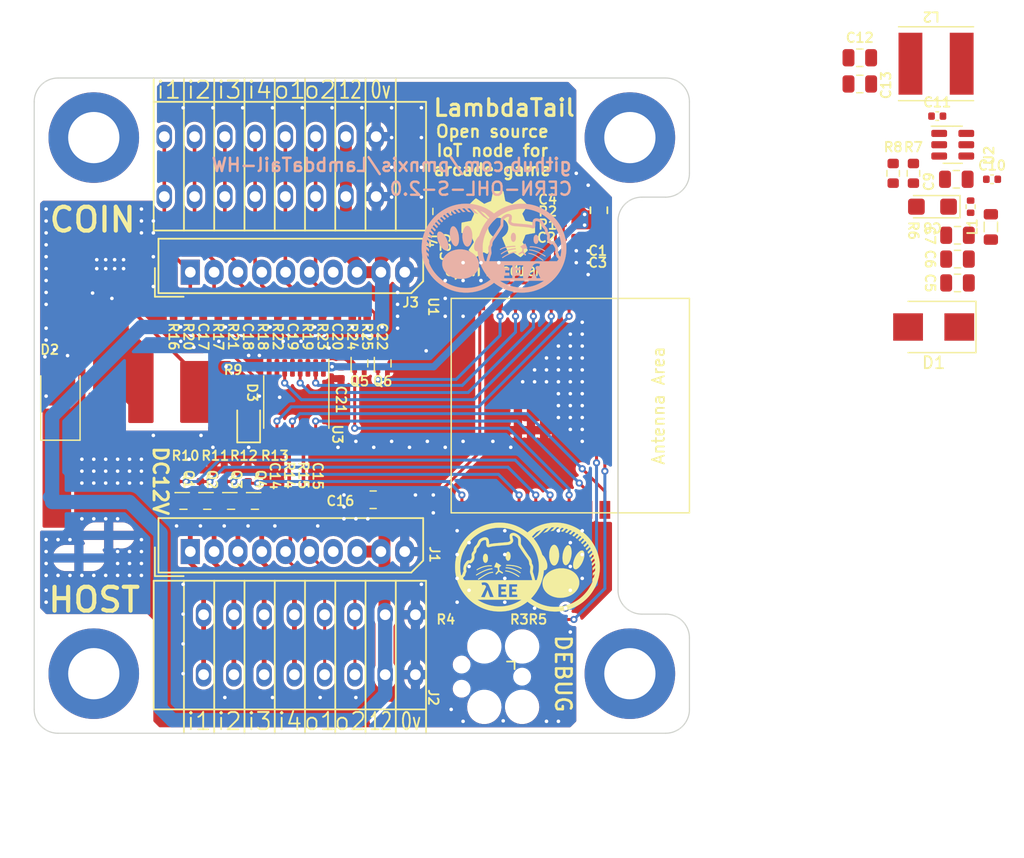
<source format=kicad_pcb>
(kicad_pcb (version 20210824) (generator pcbnew)
  (title_block (title "LambdaTail") (date "2021-07-20") (rev "0.1") (company "Jinwoo Park, pmnxis@gmail.com") (comment 2 "IoT automation & statics support gadget for") (comment 3 "arcade amusement machine with WLAN.") (comment 4 "License : CERN-OHL-S-2.0"))
  (layers (0 "F.Cu" signal) (31 "B.Cu" signal) (34 "B.Paste" user) (35 "F.Paste" user) (36 "B.SilkS" user "B.Silkscreen") (37 "F.SilkS" user "F.Silkscreen") (38 "B.Mask" user) (39 "F.Mask" user) (44 "Edge.Cuts" user))
  (net 0 "")
  (net 1 "+12V")
  (net 2 "GND")
  (net 3 "+3V3")
  (net 4 "/EN")
  (net 5 "/IO9")
  (net 6 "/U0_TXD")
  (net 7 "Net-(C8-Pad1)")
  (net 8 "/IO/VendSide/FE_VVOU1")
  (net 9 "/IO/VendSide/FE_VVOU0")
  (net 10 "/IO/VendSide/FE_VVIN3")
  (net 11 "/IO/VendSide/FE_VVIN2")
  (net 12 "/IO/VendSide/FE_VVIN1")
  (net 13 "/IO/VendSide/FE_VVIN0")
  (net 14 "/IO/HostSide/FE_PCIN1")
  (net 15 "/IO/HostSide/FE_PCIN0")
  (net 16 "/IO/HostSide/FE_POUT3")
  (net 17 "/IO/HostSide/FE_POUT2")
  (net 18 "/IO/HostSide/FE_POUT1")
  (net 19 "/IO/HostSide/FE_POUT0")
  (net 20 "/Power/FILTERED_+12V")
  (net 21 "Net-(C14-Pad1)")
  (net 22 "/Power/PWR_CB")
  (net 23 "/Power/PWR_FB")
  (net 24 "/U0_RXD")
  (net 25 "/Power/PWR_SW")
  (net 26 "/VVIN0")
  (net 27 "Net-(DEBUG1-Pad5)")
  (net 28 "Net-(DEBUG1-Pad3)")
  (net 29 "Net-(DEBUG1-Pad2)")
  (net 30 "/VVIN1")
  (net 31 "/VVIN2")
  (net 32 "/VVIN3")
  (net 33 "/VVOU1")
  (net 34 "/PCIN1")
  (net 35 "Net-(C17-Pad1)")
  (net 36 "/PCIN0")
  (net 37 "/VVOU0")
  (net 38 "/POUT0")
  (net 39 "/POUT1")
  (net 40 "Net-(C18-Pad1)")
  (net 41 "Net-(C19-Pad1)")
  (net 42 "/POUT2")
  (net 43 "/POUT3")
  (net 44 "Net-(C20-Pad1)")
  (net 45 "Net-(C15-Pad1)")
  (net 46 "/Power/LIMITED_+12V")
  (net 47 "Net-(D3-Pad2)")
  (footprint "Capacitor_SMD:C_0402_1005Metric" (layer "F.Cu") (at 75.75 74.75 -90)
    (fp_text reference "C21")
    (fp_text value "100nF")
  )
  (footprint "Diode_SMD:D_SMA" (layer "F.Cu") (at 52.2 77 90)
    (fp_text reference "D2")
    (fp_text value "SMAJ16CA")
  )
  (footprint "Connector_Extended_Molex_53014:Molex_MicroBlade_53014-1000_1x10_P2.00mm_Vertical" (layer "F.Cu") (at 63.1 66.3)
    (fp_text reference "J3")
    (fp_text value "53014-1010")
  )
  (footprint "Connector_Extended_Molex_53014:Molex_MicroBlade_53014-1000_1x10_P2.00mm_Vertical" (layer "F.Cu") (at 63.1 89.75)
    (fp_text reference "J1")
    (fp_text value "53014-1010")
  )
  (footprint "Connector_Extended_141V:TERMINAL_141V-8P" (layer "F.Cu") (at 82 95 180)
    (fp_text reference "J2")
    (fp_text value "Push_In_2.54mm_Terminal_141V-8P")
  )
  (footprint "Resistor_SMD:R_0402_1005Metric" (layer "F.Cu") (at 94.9 62.2 180)
    (fp_text reference "R1")
    (fp_text value "10k")
  )
  (footprint "Resistor_SMD:R_0402_1005Metric" (layer "F.Cu") (at 76.7 69.6 -90)
    (fp_text reference "R24")
    (fp_text value "4.7k")
  )
  (footprint "Resistor_SMD:R_0402_1005Metric" (layer "F.Cu") (at 77.95 69.6 -90)
    (fp_text reference "R25")
    (fp_text value "4.7k")
  )
  (footprint "Resistor_SMD:R_0402_1005Metric" (layer "F.Cu") (at 61.95 83.385 90)
    (fp_text reference "R10")
    (fp_text value "51k")
  )
  (footprint "Resistor_SMD:R_0402_1005Metric" (layer "F.Cu") (at 63.95 83.385 90)
    (fp_text reference "R11")
    (fp_text value "51k")
  )
  (footprint "Resistor_SMD:R_0402_1005Metric" (layer "F.Cu") (at 65.95 83.385 90)
    (fp_text reference "R12")
    (fp_text value "51k")
  )
  (footprint "Resistor_SMD:R_0402_1005Metric" (layer "F.Cu") (at 67.95 83.385 90)
    (fp_text reference "R13")
    (fp_text value "51k")
  )
  (footprint "Resistor_SMD:R_0402_1005Metric" (layer "F.Cu") (at 72.95 69.6 -90)
    (fp_text reference "R19")
    (fp_text value "4.7k")
  )
  (footprint "Resistor_SMD:R_0402_1005Metric" (layer "F.Cu") (at 69.2 69.6 -90)
    (fp_text reference "R18")
    (fp_text value "4.7k")
  )
  (footprint "Resistor_SMD:R_0402_1005Metric" (layer "F.Cu") (at 65.45 69.6 -90)
    (fp_text reference "R17")
    (fp_text value "4.7k")
  )
  (footprint "Resistor_SMD:R_0402_1005Metric" (layer "F.Cu") (at 61.7 69.6 -90)
    (fp_text reference "R16")
    (fp_text value "4.7k")
  )
  (footprint "Resistor_SMD:R_0402_1005Metric" (layer "F.Cu") (at 62.95 69.6 -90)
    (fp_text reference "R20")
    (fp_text value "51k")
  )
  (footprint "Resistor_SMD:R_0402_1005Metric" (layer "F.Cu") (at 74.2 69.6 -90)
    (fp_text reference "R23")
    (fp_text value "51k")
  )
  (footprint "Resistor_SMD:R_0402_1005Metric" (layer "F.Cu") (at 70.45 69.6 -90)
    (fp_text reference "R22")
    (fp_text value "51k")
  )
  (footprint "Resistor_SMD:R_0402_1005Metric" (layer "F.Cu") (at 66.7 69.6 -90)
    (fp_text reference "R21")
    (fp_text value "51k")
  )
  (footprint "Capacitor_SMD:C_0402_1005Metric" (layer "F.Cu") (at 75.45 69.6 -90)
    (fp_text reference "C20")
    (fp_text value "10nF")
  )
  (footprint "Capacitor_SMD:C_0402_1005Metric" (layer "F.Cu") (at 71.7 69.6 -90)
    (fp_text reference "C19")
    (fp_text value "10nF")
  )
  (footprint "Capacitor_SMD:C_0402_1005Metric" (layer "F.Cu") (at 67.95 69.6 -90)
    (fp_text reference "C18")
    (fp_text value "10nF")
  )
  (footprint "Capacitor_SMD:C_0402_1005Metric" (layer "F.Cu") (at 64.2 69.6 -90)
    (fp_text reference "C17")
    (fp_text value "10nF")
  )
  (footprint "Capacitor_SMD:C_0402_1005Metric" (layer "F.Cu") (at 79.2 69.6 90)
    (fp_text reference "C22")
    (fp_text value "100nF")
  )
  (footprint "Resistor_SMD:R_0402_1005Metric" (layer "F.Cu") (at 66.7 76.6)
    (fp_text reference "R9")
    (fp_text value "4.7k")
  )
  (footprint "Capacitor_SMD:C_0805_2012Metric" (layer "F.Cu") (at 97.4 61.1 90)
    (fp_text reference "C1")
    (fp_text value "22uF")
  )
  (footprint "LED_SMD:LED_0805_2012Metric" (layer "F.Cu") (at 68 78.9 90)
    (fp_text reference "D3")
    (fp_text value "LED_RED")
  )
  (footprint "Capacitor_SMD:C_0402_1005Metric" (layer "F.Cu") (at 94.9 63.4)
    (fp_text reference "C2")
    (fp_text value "100nF")
  )
  (footprint "Capacitor_SMD:C_0402_1005Metric" (layer "F.Cu") (at 97.25 63.4 180)
    (fp_text reference "C3")
    (fp_text value "100nF")
  )
  (footprint "LambdaToy_Static:ESP32-C3-WROOM-1" (layer "F.Cu") (at 93.75 77.5 -90)
    (fp_text reference "U1")
    (fp_text value "ESP32-WROOM-32E (4MB)")
  )
  (footprint "Resistor_SMD:R_0402_1005Metric" (layer "F.Cu") (at 94.9 61 180)
    (fp_text reference "R2")
    (fp_text value "10k")
  )
  (footprint "Capacitor_SMD:C_0402_1005Metric" (layer "F.Cu") (at 94.9 59.8)
    (fp_text reference "C4")
    (fp_text value "100nF")
  )
  (footprint "Connector:Tag-Connect_TC2030-IDC-FP_2x03_P1.27mm_Vertical" (layer "F.Cu") (at 88.415 100.25 180)
    (fp_text reference "DEBUG1" hide)
    (fp_text value "TC2030-IDC")
  )
  (footprint "Connector_Extended_141V:TERMINAL_141V-8P" (layer "F.Cu") (at 60.92 60)
    (fp_text reference "J4")
    (fp_text value "Push_In_2.54mm_Terminal_141V-8P")
  )
  (footprint "Power_Inductor_Extended:L_TDK_VLS6045EX" (layer "F.Cu") (at 125.7 48.8 180)
    (fp_text reference "L2")
    (fp_text value "ASPI-6045S-120M")
  )
  (footprint "Capacitor_SMD:C_0402_1005Metric" (layer "F.Cu") (at 73.8 85.45 -90)
    (fp_text reference "C15")
    (fp_text value "10nF")
  )
  (footprint "Resistor_SMD:R_0402_1005Metric" (layer "F.Cu") (at 72.6 85.45 90)
    (fp_text reference "R15")
    (fp_text value "51k")
  )
  (footprint "Capacitor_SMD:C_0402_1005Metric" (layer "F.Cu") (at 70.2 85.45 -90)
    (fp_text reference "C14")
    (fp_text value "10nF")
  )
  (footprint "Resistor_SMD:R_0402_1005Metric" (layer "F.Cu") (at 71.4 85.45 90)
    (fp_text reference "R14")
    (fp_text value "51k")
  )
  (footprint "Resistor_SMD:R_0402_1005Metric" (layer "F.Cu") (at 89 95.45)
    (fp_text reference "R3")
    (fp_text value "100")
  )
  (footprint "Resistor_SMD:R_0402_1005Metric" (layer "F.Cu") (at 86.7 95.45 180)
    (fp_text reference "R4")
    (fp_text value "100")
  )
  (footprint "Resistor_SMD:R_0402_1005Metric" (layer "F.Cu") (at 93.985 95.45 180)
    (fp_text reference "R5")
    (fp_text value "100")
  )
  (footprint "MountingHole:MountingHole_4.3mm_M4_ISO7380_Pad_TopBottom" (layer "F.Cu") (at 100 100)
    (fp_text reference "H4" hide)
    (fp_text value "MountingHole")
  )
  (footprint "Package_TO_SOT_SMD:SOT-723" (layer "F.Cu") (at 62.525 85.5)
    (fp_text reference "Q1")
    (fp_text value "NTK3134NT1G")
  )
  (footprint "Capacitor_SMD:C_0805_2012Metric" (layer "F.Cu") (at 119.3 48.3)
    (fp_text reference "C12")
    (fp_text value "22uF")
  )
  (footprint "Package_TO_SOT_SMD:SOT-723" (layer "F.Cu") (at 79.25 73.95 90)
    (fp_text reference "Q6")
    (fp_text value "NTK3134NT1G")
  )
  (footprint "MountingHole:MountingHole_4.3mm_M4_ISO7380_Pad_TopBottom" (layer "F.Cu") (at 55 55)
    (fp_text reference "H1" hide)
    (fp_text value "MountingHole")
  )
  (footprint "Capacitor_SMD:C_0805_2012Metric" (layer "F.Cu") (at 127.5 63.2 180)
    (fp_text reference "C7")
    (fp_text value "10uF")
  )
  (footprint "Capacitor_SMD:C_0805_2012Metric" (layer "F.Cu") (at 84.2 61.2 90)
    (fp_text reference "C23")
    (fp_text value "22uF")
  )
  (footprint "Symbol_Extended:LamudaEE-12.3x7.6mm" (layer "F.Cu") (at 91.4 91.07)
    (fp_text reference "SYM1" hide)
    (fp_text value "SYM_Arrow_XLarge" hide)
  )
  (footprint "Capacitor_Tantalum_SMD:CP_EIA-3216-18_Kemet-A" (layer "F.Cu") (at 125.4 60.8 180)
    (fp_text reference "C8")
    (fp_text value "Tantal 3.3uF 20V")
  )
  (footprint "Package_TO_SOT_SMD:SOT-723" (layer "F.Cu") (at 64.525 85.5)
    (fp_text reference "Q2")
    (fp_text value "NTK3134NT1G")
  )
  (footprint "MountingHole:MountingHole_4.3mm_M4_ISO7380_Pad_TopBottom" (layer "F.Cu") (at 100 55)
    (fp_text reference "H3" hide)
    (fp_text value "MountingHole")
  )
  (footprint "Inductor_SMD:L_0805_2012Metric" (layer "F.Cu") (at 130.3 62.5 90)
    (fp_text reference "L1")
    (fp_text value "LQM21PN1R5MC0D")
  )
  (footprint "Package_TO_SOT_SMD:SOT-723" (layer "F.Cu") (at 68.525 85.5)
    (fp_text reference "Q4")
    (fp_text value "NTK3134NT1G")
  )
  (footprint "Resistor_SMD:R_0603_1608Metric" (layer "F.Cu") (at 123.8 58 90)
    (fp_text reference "R7")
    (fp_text value "62k")
  )
  (footprint "Capacitor_SMD:C_0805_2012Metric" (layer "F.Cu") (at 78.45 85.4 180)
    (fp_text reference "C16")
    (fp_text value "22uF")
  )
  (footprint "Resistor_SMD:R_0402_1005Metric" (layer "F.Cu") (at 128.6 60.8 -90)
    (fp_text reference "R6")
    (fp_text value "100.0 mOhm")
  )
  (footprint "MountingHole:MountingHole_4.3mm_M4_ISO7380_Pad_TopBottom" (layer "F.Cu") (at 55 100)
    (fp_text reference "H2" hide)
    (fp_text value "MountingHole")
  )
  (footprint "Symbol:OSHW-Logo2_9.8x8mm_SilkScreen" (layer "F.Cu") (at 88.95 63.2)
    (fp_text reference "SYM2" hide)
    (fp_text value "SYM_Arrow_XLarge" hide)
  )
  (footprint "Diode_SMD:D_SMB" (layer "F.Cu") (at 125.5 70.9 180)
    (fp_text reference "D1")
    (fp_text value "B260")
  )
  (footprint "Package_TO_SOT_SMD:SOT-723" (layer "F.Cu") (at 66.525 85.5)
    (fp_text reference "Q3")
    (fp_text value "NTK3134NT1G")
  )
  (footprint "Capacitor_SMD:C_0402_1005Metric" (layer "F.Cu") (at 125.8 53.2)
    (fp_text reference "C11")
    (fp_text value "100nF")
  )
  (footprint "Package_TO_SOT_SMD:SOT-723" (layer "F.Cu") (at 77.3 73.95 90)
    (fp_text reference "Q5")
    (fp_text value "NTK3134NT1G")
  )
  (footprint "Capacitor_SMD:C_0805_2012Metric" (layer "F.Cu") (at 127.5 65.2 180)
    (fp_text reference "C6")
    (fp_text value "10uF")
  )
  (footprint "Package_SO:TSSOP-16_4.4x5mm_P0.65mm" (layer "F.Cu") (at 72 77.2 -90)
    (fp_text reference "U3")
    (fp_text value "74HC4049")
  )
  (footprint "Resistor_SMD:R_0603_1608Metric" (layer "F.Cu") (at 122.1 58 -90)
    (fp_text reference "R8")
    (fp_text value "62k")
  )
  (footprint "Capacitor_SMD:C_0805_2012Metric" (layer "F.Cu") (at 127.4 58.5 180)
    (fp_text reference "C9")
    (fp_text value "10uF")
  )
  (footprint "Package_TO_SOT_SMD:SOT-23-6" (layer "F.Cu") (at 127.1 55.6)
    (fp_text reference "U2")
    (fp_text value "LMR50410X")
  )
  (footprint "Capacitor_SMD:C_0805_2012Metric" (layer "F.Cu") (at 119.3 50.5)
    (fp_text reference "C13")
    (fp_text value "22uF")
  )
  (footprint "Capacitor_SMD:C_0402_1005Metric" (layer "F.Cu") (at 130.4 58.5)
    (fp_text reference "C10")
    (fp_text value "100nF")
  )
  (footprint "Capacitor_SMD:C_0805_2012Metric" (layer "F.Cu") (at 127.5 67.2 180)
    (fp_text reference "C5")
    (fp_text value "10uF")
  )
  (footprint "Symbol_Extended:LamudaEE-12.3x7.6mm" (layer "B.Cu") (at 88.6 64.3 180)
    (fp_text reference "SYM3" hide)
    (fp_text value "SYM_Arrow_XLarge" hide)
  )
  (gr_line (start 60.03 52) (end 60.03 50) (layer "F.SilkS") (width 0.15))
  (gr_line (start 62.57 52) (end 62.57 50) (layer "F.SilkS") (width 0.15))
  (gr_line (start 80.35 52) (end 80.35 50) (layer "F.SilkS") (width 0.15))
  (gr_line (start 82.89 105) (end 82.89 103) (layer "F.SilkS") (width 0.15))
  (gr_line (start 67.65 105) (end 67.65 103) (layer "F.SilkS") (width 0.15))
  (gr_line (start 70.19 105) (end 70.19 103) (layer "F.SilkS") (width 0.15))
  (gr_line (start 65.11 105) (end 65.11 103) (layer "F.SilkS") (width 0.15))
  (gr_line (start 62.57 105) (end 62.57 103) (layer "F.SilkS") (width 0.15))
  (gr_line (start 75.27 105) (end 75.27 103) (layer "F.SilkS") (width 0.15))
  (gr_line (start 77.81 105) (end 77.81 103) (layer "F.SilkS") (width 0.15))
  (gr_line (start 80.35 105) (end 80.35 103) (layer "F.SilkS") (width 0.15))
  (gr_line (start 72.73 105) (end 72.73 103) (layer "F.SilkS") (width 0.15))
  (gr_line (start 67.65 52) (end 67.65 50) (layer "F.SilkS") (width 0.15))
  (gr_line (start 72.73 52) (end 72.73 50) (layer "F.SilkS") (width 0.15))
  (gr_line (start 77.81 52) (end 77.81 50) (layer "F.SilkS") (width 0.15))
  (gr_line (start 65.11 52) (end 65.11 50) (layer "F.SilkS") (width 0.15))
  (gr_line (start 75.27 52) (end 75.27 50) (layer "F.SilkS") (width 0.15))
  (gr_line (start 70.19 52) (end 70.19 50) (layer "F.SilkS") (width 0.15))
  (gr_arc (start 103 52) (end 105 52) (angle -90) (layer "Edge.Cuts") (width 0.1))
  (gr_line (start 103 50) (end 52 50) (layer "Edge.Cuts") (width 0.1))
  (gr_line (start 50 52) (end 50 103) (layer "Edge.Cuts") (width 0.1))
  (gr_line (start 52 105) (end 103 105) (layer "Edge.Cuts") (width 0.1))
  (gr_arc (start 103 58) (end 103 60) (angle -90) (layer "Edge.Cuts") (width 0.1))
  (gr_line (start 105 58) (end 105 52) (layer "Edge.Cuts") (width 0.1))
  (gr_line (start 105 97) (end 105 103) (layer "Edge.Cuts") (width 0.1))
  (gr_arc (start 101.005 93) (end 99.005 93) (angle -90) (layer "Edge.Cuts") (width 0.1))
  (gr_arc (start 52 103) (end 50 103) (angle -90) (layer "Edge.Cuts") (width 0.1))
  (gr_line (start 101.005 95) (end 103 95) (layer "Edge.Cuts") (width 0.1))
  (gr_arc (start 101.005 62) (end 101.005 60) (angle -90) (layer "Edge.Cuts") (width 0.1))
  (gr_arc (start 52 52) (end 52 50) (angle -90) (layer "Edge.Cuts") (width 0.1))
  (gr_line (start 99.005 62) (end 99.005 93) (layer "Edge.Cuts") (width 0.1))
  (gr_arc (start 103 103) (end 103 105) (angle -90) (layer "Edge.Cuts") (width 0.1))
  (gr_line (start 103 60) (end 101.005 60) (layer "Edge.Cuts") (width 0.1))
  (gr_arc (start 103 97) (end 105 97) (angle -90) (layer "Edge.Cuts") (width 0.1))
  (gr_text "github.com/pmnxis/LambdaTail-HW" (at 80 57.3) (layer "B.SilkS") (effects (font (size 1.1 1.1) (thickness 0.21)) (justify mirror)))
  (gr_text "CERN-OHL-S-2.0" (at 87.5 59.3) (layer "B.SilkS") (effects (font (size 1.1 1.1) (thickness 0.2)) (justify mirror)))
  (gr_text "COIN" (at 58.7 61.9) (layer "F.SilkS") (effects (font (size 2 2) (thickness 0.35)) (justify right)))
  (gr_text "i1" (at 61.3 51) (layer "F.SilkS") (effects (font (size 1.45 1.45) (thickness 0.153))))
  (gr_text "0v" (at 79.08 51) (layer "F.SilkS") (effects (font (size 1.45 1) (thickness 0.153))))
  (gr_text "o2" (at 76.54 104) (layer "F.SilkS") (effects (font (size 1.45 1.45) (thickness 0.153))))
  (gr_text "i4" (at 71.46 104) (layer "F.SilkS") (effects (font (size 1.45 1.45) (thickness 0.153))))
  (gr_text "i1" (at 63.84 104) (layer "F.SilkS") (effects (font (size 1.45 1.45) (thickness 0.153))))
  (gr_text "o1" (at 74 104) (layer "F.SilkS") (effects (font (size 1.45 1.45) (thickness 0.153))))
  (gr_text "0v" (at 81.62 104) (layer "F.SilkS") (effects (font (size 1.45 1) (thickness 0.153))))
  (gr_text "i3" (at 68.92 104) (layer "F.SilkS") (effects (font (size 1.45 1.45) (thickness 0.153))))
  (gr_text "i2" (at 66.38 104) (layer "F.SilkS") (effects (font (size 1.45 1.45) (thickness 0.153))))
  (gr_text "12" (at 79.08 104) (layer "F.SilkS") (effects (font (size 1.45 1) (thickness 0.153))))
  (gr_text "DC12V" (at 60.6 80.8 270) (layer "F.SilkS") (effects (font (size 1.2 1.2) (thickness 0.24)) (justify left)))
  (gr_text "DEBUG" (at 94.4 100 270) (layer "F.SilkS") (effects (font (size 1.3 1.3) (thickness 0.22))))
  (gr_text "HOST" (at 51 93.8) (layer "F.SilkS") (effects (font (size 2 2) (thickness 0.35)) (justify left)))
  (gr_text "Open source\nIoT node for\narcade game" (at 88.45 56.09) (layer "F.SilkS") (effects (font (size 1 1) (thickness 0.2))))
  (gr_text "12" (at 76.54 51) (layer "F.SilkS") (effects (font (size 1.45 1) (thickness 0.153))))
  (gr_text "i3" (at 66.38 51) (layer "F.SilkS") (effects (font (size 1.45 1.45) (thickness 0.153))))
  (gr_text "o1" (at 71.46 51) (layer "F.SilkS") (effects (font (size 1.45 1.45) (thickness 0.153))))
  (gr_text "i2" (at 63.84 51) (layer "F.SilkS") (effects (font (size 1.45 1.45) (thickness 0.153))))
  (gr_text "i4" (at 68.92 51) (layer "F.SilkS") (effects (font (size 1.45 1.45) (thickness 0.153))))
  (gr_text "LambdaTail" (at 89.45 52.5) (layer "F.SilkS") (effects (font (size 1.4 1.4) (thickness 0.26))))
  (gr_text "o2" (at 74 51) (layer "F.SilkS") (effects (font (size 1.45 1.45) (thickness 0.153))))
  (segment (start 53.5375 70.15) (end 53.95 69.7375) (width 0.4) (layer "F.Cu") (net 0))
  (segment (start 52.58 70.15) (end 53.5375 70.15) (width 0.4) (layer "F.Cu") (net 0))
  (segment (start 52.3 65.685) (end 52.3 67.175) (width 0.4) (layer "F.Cu") (net 0))
  (segment (start 55.85 67.02) (end 57.3 67.02) (width 0.4) (layer "F.Cu") (net 0))
  (segment (start 61.7 70.085) (end 61.7 70.3) (width 0.3) (layer "F.Cu") (net 1))
  (segment (start 79.2 70.085) (end 79.2 70.9) (width 0.3) (layer "F.Cu") (net 1))
  (segment (start 61.7 70.3) (end 62.3 70.9) (width 0.3) (layer "F.Cu") (net 1))
  (segment (start 65.45 70.085) (end 65.45 70.3) (width 0.3) (layer "F.Cu") (net 1))
  (segment (start 69.2 70.085) (end 69.2 70.3) (width 0.3) (layer "F.Cu") (net 1))
  (segment (start 76.7 70.085) (end 76.7 70.9) (width 0.3) (layer "F.Cu") (net 1))
  (segment (start 54.9 72.05) (end 54 72.95) (width 0.6) (layer "F.Cu") (net 1))
  (segment (start 77.95 70.085) (end 77.95 70.9) (width 0.3) (layer "F.Cu") (net 1))
  (segment (start 65.45 70.3) (end 66.05 70.9) (width 0.3) (layer "F.Cu") (net 1))
  (segment (start 54 77.2) (end 52.2 79) (width 0.6) (layer "F.Cu") (net 1))
  (segment (start 72.95 70.3) (end 73.55 70.9) (width 0.3) (layer "F.Cu") (net 1))
  (segment (start 79.1 65.2) (end 82.15 62.15) (width 1) (layer "F.Cu") (net 1))
  (segment (start 79.4 100.08) (end 79.4 85.35) (width 1) (layer "F.Cu") (net 1))
  (segment (start 77.1 89.75) (end 79.1 89.75) (width 1) (layer "F.Cu") (net 1))
  (segment (start 79.1 66.3) (end 77.1 66.3) (width 1) (layer "F.Cu") (net 1))
  (segment (start 54 72.95) (end 54 77.2) (width 0.6) (layer "F.Cu") (net 1))
  (segment (start 69.2 70.3) (end 69.8 70.9) (width 0.3) (layer "F.Cu") (net 1))
  (segment (start 54.9 69.7375) (end 54.9 72.05) (width 0.6) (layer "F.Cu") (net 1))
  (segment (start 77.1 66.3) (end 77.1 65.6) (width 1) (layer "F.Cu") (net 1))
  (segment (start 82.15 62.15) (end 84.2 62.15) (width 1) (layer "F.Cu") (net 1))
  (segment (start 76.16 64.66) (end 76.16 59.95) (width 1) (layer "F.Cu") (net 1))
  (segment (start 72.95 70.085) (end 72.95 70.3) (width 0.3) (layer "F.Cu") (net 1))
  (segment (start 79.1 66.3) (end 79.1 65.2) (width 1) (layer "F.Cu") (net 1))
  (segment (start 77.1 65.6) (end 76.16 64.66) (width 1) (layer "F.Cu") (net 1))
  (segment (start 76.16 59.95) (end 76.16 54.92) (width 1) (layer "F.Cu") (net 1))
  (via (at 76.7 70.9) (size 0.6) (drill 0.3) (layers "F.Cu" "B.Cu") (net 1))
  (via (at 62.3 70.9) (size 0.6) (drill 0.3) (layers "F.Cu" "B.Cu") (net 1))
  (via (at 69.8 70.9) (size 0.6) (drill 0.3) (layers "F.Cu" "B.Cu") (net 1))
  (via (at 73.55 70.9) (size 0.6) (drill 0.3) (layers "F.Cu" "B.Cu") (net 1))
  (via (at 66.05 70.9) (size 0.6) (drill 0.3) (layers "F.Cu" "B.Cu") (net 1))
  (via (at 77.95 70.9) (size 0.6) (drill 0.3) (layers "F.Cu" "B.Cu") (net 1))
  (via (at 79.2 70.9) (size 0.6) (drill 0.3) (layers "F.Cu" "B.Cu") (net 1))
  (segment (start 60.6 88.2) (end 57.99 85.59) (width 1.2) (layer "B.Cu") (net 1))
  (segment (start 60.6 102.9) (end 60.6 88.2) (width 1.2) (layer "B.Cu") (net 1))
  (segment (start 77.3 103.9) (end 61.6 103.9) (width 1.2) (layer "B.Cu") (net 1))
  (segment (start 79.46 95.05) (end 79.46 100.08) (width 1.2) (layer "B.Cu") (net 1))
  (segment (start 57.99 85.59) (end 51.5 85.59) (width 1.2) (layer "B.Cu") (net 1))
  (segment (start 79.46 101.74) (end 77.3 103.9) (width 1.2) (layer "B.Cu") (net 1))
  (segment (start 59 70.9) (end 51.5 78.4) (width 1.2) (layer "B.Cu") (net 1))
  (segment (start 51.5 84.9) (end 51.22348 85.17652) (width 1) (layer "B.Cu") (net 1))
  (segment (start 61.6 103.9) (end 60.6 102.9) (width 1.2) (layer "B.Cu") (net 1))
  (segment (start 79.2 66.4) (end 79.1 66.3) (width 1.2) (layer "B.Cu") (net 1))
  (segment (start 79.2 70.9) (end 59 70.9) (width 1.2) (layer "B.Cu") (net 1))
  (segment (start 79.2 70.9) (end 79.2 66.4) (width 1.2) (layer "B.Cu") (net 1))
  (segment (start 79.46 100.08) (end 79.46 101.74) (width 1.2) (layer "B.Cu") (net 1))
  (segment (start 51.5 78.4) (end 51.5 85.4) (width 1.2) (layer "B.Cu") (net 1))
  (segment (start 89.3675 101.8375) (end 88.415 100.885) (width 0.25) (layer "F.Cu") (net 2))
  (segment (start 89.3675 103.96) (end 89.3675 101.8375) (width 0.25) (layer "F.Cu") (net 2))
  (via (at 80 80.5) (size 0.6) (drill 0.3) (layers "F.Cu" "B.Cu") (net 2))
  (via (at 80.5 69) (size 0.6) (drill 0.3) (layers "F.Cu" "B.Cu") (net 2))
  (via (at 82.9 72.9) (size 0.6) (drill 0.3) (layers "F.Cu" "B.Cu") (net 2))
  (via (at 83.5 85) (size 0.6) (drill 0.3) (layers "F.Cu" "B.Cu") (net 2))
  (via (at 96 71.5) (size 0.6) (drill 0.3) (layers "F.Cu" "B.Cu") (net 2))
  (via (at 70 52.5) (size 0.6) (drill 0.3) (layers "F.Cu" "B.Cu") (net 2))
  (via (at 95.5 65.5) (size 0.6) (drill 0.3) (layers "F.Cu" "B.Cu") (net 2))
  (via (at 95 77.5) (size 0.6) (drill 0.3) (layers "F.Cu" "B.Cu") (net 2))
  (via (at 96.5 64.5) (size 0.6) (drill 0.3) (layers "F.Cu" "B.Cu") (net 2))
  (via (at 77 87) (size 0.6) (drill 0.3) (layers "F.Cu" "B.Cu") (net 2))
  (via (at 77.5 52.5) (size 0.6) (drill 0.3) (layers "F.Cu" "B.Cu") (net 2))
  (via (at 57 87) (size 0.6) (drill 0.3) (layers "F.Cu" "B.Cu") (net 2))
  (via (at 95.5 64.5) (size 0.6) (drill 0.3) (layers "F.Cu" "B.Cu") (net 2))
  (via (at 89.5 88) (size 0.6) (drill 0.3) (layers "F.Cu" "B.Cu") (net 2))
  (via (at 93 104) (size 0.6) (drill 0.3) (layers "F.Cu" "B.Cu") (net 2))
  (via (at 89 65.5) (size 0.6) (drill 0.3) (layers "F.Cu" "B.Cu") (net 2))
  (via (at 85.5 88) (size 0.6) (drill 0.3) (layers "F.Cu" "B.Cu") (net 2))
  (via (at 84.5 67) (size 0.6) (drill 0.3) (layers "F.Cu" "B.Cu") (net 2))
  (via (at 82.5 52.5) (size 0.6) (drill 0.3) (layers "F.Cu" "B.Cu") (net 2))
  (via (at 51 67) (size 0.6) (drill 0.3) (layers "F.Cu" "B.Cu") (net 2))
  (via (at 56 82) (size 0.6) (drill 0.3) (layers "F.Cu" "B.Cu") (net 2))
  (via (at 56.52 68.5) (size 0.6) (drill 0.3) (layers "F.Cu" "B.Cu") (net 2))
  (via (at 96.5 59) (size 0.6) (drill 0.3) (layers "F.Cu" "B.Cu") (net 2))
  (via (at 80 57.5) (size 0.6) (drill 0.3) (layers "F.Cu" "B.Cu") (net 2))
  (via (at 78.5 81) (size 0.6) (drill 0.3) (layers "F.Cu" "B.Cu") (net 2))
  (via (at 51 64) (size 0.6) (drill 0.3) (layers "F.Cu" "B.Cu") (net 2))
  (via (at 83.5 86.5) (size 0.6) (drill 0.3) (layers "F.Cu" "B.Cu") (net 2))
  (via (at 58 84) (size 0.6) (drill 0.3) (layers "F.Cu" "B.Cu") (net 2))
  (via (at 94 78.5) (size 0.6) (drill 0.3) (layers "F.Cu" "B.Cu") (net 2))
  (via (at 54 91.75) (size 0.6) (drill 0.3) (layers "F.Cu" "B.Cu") (net 2))
  (via (at 86 70) (size 0.6) (drill 0.3) (layers "F.Cu" "B.Cu") (net 2))
  (via (at 51 66) (size 0.6) (drill 0.3) (layers "F.Cu" "B.Cu") (net 2))
  (via (at 56 91.75) (size 0.6) (drill 0.3) (layers "F.Cu" "B.Cu") (net 2))
  (via (at 96 80.5) (size 0.6) (drill 0.3) (layers "F.Cu" "B.Cu") (net 2))
  (via (at 93 75.5) (size 0.6) (drill 0.3) (layers "F.Cu" "B.Cu") (net 2))
  (via (at 53 88.75) (size 0.6) (drill 0.3) (layers "F.Cu" "B.Cu") (net 2))
  (via (at 50.9 73.4) (size 0.6) (drill 0.3) (layers "F.Cu" "B.Cu") (net 2))
  (via (at 77 102) (size 0.6) (drill 0.3) (layers "F.Cu" "B.Cu") (net 2))
  (via (at 82.5 55) (size 0.6) (drill 0.3) (layers "F.Cu" "B.Cu") (net 2))
  (via (at 62.5 95) (size 0.6) (drill 0.3) (layers "F.Cu" "B.Cu") (net 2))
  (via (at 94 104) (size 0.6) (drill 0.3) (layers "F.Cu" "B.Cu") (net 2))
  (via (at 59 89.75) (size 0.6) (drill 0.3) (layers "F.Cu" "B.Cu") (net 2))
  (via (at 75.5 81) (size 0.6) (drill 0.3) (layers "F.Cu" "B.Cu") (net 2))
  (via (at 95 75.5) (size 0.6) (drill 0.3) (layers "F.Cu" "B.Cu") (net 2))
  (via (at 59 88.75) (size 0.6) (drill 0.3) (layers "F.Cu" "B.Cu") (net 2))
  (via (at 95 89) (size 0.6) (drill 0.3) (layers "F.Cu" "B.Cu") (net 2))
  (via (at 94 72.5) (size 0.6) (drill 0.3) (layers "F.Cu" "B.Cu") (net 2))
  (via (at 55 82) (size 0.6) (drill 0.3) (layers "F.Cu" "B.Cu") (net 2))
  (via (at 57 82) (size 0.6) (drill 0.3) (layers "F.Cu" "B.Cu") (net 2))
  (via (at 84.5 70) (size 0.6) (drill 0.3) (layers "F.Cu" "B.Cu") (net 2))
  (via (at 86 104) (size 0.6) (drill 0.3) (layers "F.Cu" "B.Cu") (net 2))
  (via (at 65 81) (size 0.6) (drill 0.3) (layers "F.Cu" "B.Cu") (net 2))
  (via (at 86.5 91) (size 0.6) (drill 0.3) (layers "F.Cu" "B.Cu") (net 2))
  (via (at 60 67.5) (size 0.6) (drill 0.3) (layers "F.Cu" "B.Cu") (net 2))
  (via (at 95.5 58) (size 0.6) (drill 0.3) (layers "F.Cu" "B.Cu") (net 2))
  (via (at 76 85) (size 0.6) (drill 0.3) (layers "F.Cu" "B.Cu") (net 2))
  (via (at 96 79.5) (size 0.6) (drill 0.3) (layers "F.Cu" "B.Cu") (net 2))
  (via (at 59 90.75) (size 0.6) (drill 0.3) (layers "F.Cu" "B.Cu") (net 2))
  (via (at 55 83) (size 0.6) (drill 0.3) (layers "F.Cu" "B.Cu") (net 2))
  (via (at 68.9 73.29) (size 0.6) (drill 0.3) (layers "F.Cu" "B.Cu") (net 2))
  (via (at 51 62) (size 0.6) (drill 0.3) (layers "F.Cu" "B.Cu") (net 2))
  (via (at 96 76.5) (size 0.6) (drill 0.3) (layers "F.Cu" "B.Cu") (net 2))
  (via (at 52 88.75) (size 0.6) (drill 0.3) (layers "F.Cu" "B.Cu") (net 2))
  (via (at 88.5 80.5) (size 0.6) (drill 0.3) (layers "F.Cu" "B.Cu") (net 2))
  (via (at 84.5 81) (size 0.6) (drill 0.3) (layers "F.Cu" "B.Cu") (net 2))
  (via (at 51 88.75) (size 0.6) (drill 0.3) (layers "F.Cu" "B.Cu") (net 2))
  (via (at 63 82) (size 0.6) (drill 0.3) (layers "F.Cu" "B.Cu") (net 2))
  (via (at 54 83) (size 0.6) (drill 0.3) (layers "F.Cu" "B.Cu") (net 2))
  (via (at 91 75.5) (size 0.6) (drill 0.3) (layers "F.Cu" "B.Cu") (net 2))
  (via (at 51.7 72.8) (size 0.6) (drill 0.3) (layers "F.Cu" "B.Cu") (net 2))
  (via (at 89.5 92) (size 0.6) (drill 0.3) (layers "F.Cu" "B.Cu") (net 2))
  (via (at 70 102) (size 0.6) (drill 0.3) (layers "F.Cu" "B.Cu") (net 2))
  (via (at 80.5 68) (size 0.6) (drill 0.3) (layers "F.Cu" "B.Cu") (net 2))
  (via (at 60 65) (size 0.6) (drill 0.3) (layers "F.Cu" "B.Cu") (net 2))
  (via (at 62.3 72.1) (size 0.6) (drill 0.3) (layers "F.Cu" "B.Cu") (net 2))
  (via (at 95 78.5) (size 0.6) (drill 0.3) (layers "F.Cu" "B.Cu") (net 2))
  (via (at 96 73.5) (size 0.6) (drill 0.3) (layers "F.Cu" "B.Cu") (net 2))
  (via (at 96 92) (size 0.6) (drill 0.3) (layers "F.Cu" "B.Cu") (net 2))
  (via (at 96 77.5) (size 0.6) (drill 0.3) (layers "F.Cu" "B.Cu") (net 2))
  (via (at 68 73.29) (size 0.6) (drill 0.3) (layers "F.Cu" "B.Cu") (net 2))
  (via (at 96.5 66.5) (size 0.6) (drill 0.3) (layers "F.Cu" "B.Cu") (net 2))
  (via (at 57 89.75) (size 0.6) (drill 0.3) (layers "F.Cu" "B.Cu") (net 2))
  (via (at 54.9 68.05) (size 0.6) (drill 0.3) (layers "F.Cu" "B.Cu") (net 2))
  (via (at 85.5 92) (size 0.6) (drill 0.3) (layers "F.Cu" "B.Cu") (net 2))
  (via (at 95 73.5) (size 0.6) (drill 0.3) (layers "F.Cu" "B.Cu") (net 2))
  (via (at 89.3675 103.96) (size 0.6) (drill 0.3) (layers "F.Cu" "B.Cu") (net 2))
  (via (at 96.5 65.5) (size 0.6) (drill 0.3) (layers "F.Cu" "B.Cu") (net 2))
  (via (at 73.8 87.6) (size 0.6) (drill 0.3) (layers "F.Cu" "B.Cu") (net 2))
  (via (at 58 82) (size 0.6) (drill 0.3) (layers "F.Cu" "B.Cu") (net 2))
  (via (at 92 94.5) (size 0.6) (drill 0.3) (layers "F.Cu" "B.Cu") (net 2))
  (via (at 67.5 52.5) (size 0.6) (drill 0.3) (layers "F.Cu" "B.Cu") (net 2))
  (via (at 80.5 70) (size 0.6) (drill 0.3) (layers "F.Cu" "B.Cu") (net 2))
  (via (at 85 103) (size 0.6) (drill 0.3) (layers "F.Cu" "B.Cu") (net 2))
  (via (at 55 84) (size 0.6) (drill 0.3) (layers "F.Cu" "B.Cu") (net 2))
  (via (at 82.5 92.5) (size 0.6) (drill 0.3) (layers "F.Cu" "B.Cu") (net 2))
  (via (at 95 74.5) (size 0.6) (drill 0.3) (layers "F.Cu" "B.Cu") (net 2))
  (via (at 94 77.5) (size 0.6) (drill 0.3) (layers "F.Cu" "B.Cu") (net 2))
  (via (at 81.5 81) (size 0.6) (drill 0.3) (layers "F.Cu" "B.Cu") (net 2))
  (via (at 62.5 97.5) (size 0.6) (drill 0.3) (layers "F.Cu" "B.Cu") (net 2))
  (via (at 52 91.75) (size 0.6) (drill 0.3) (layers "F.Cu" "B.Cu") (net 2))
  (via (at 68 81) (size 0.6) (drill 0.3) (layers "F.Cu" "B.Cu") (net 2))
  (via (at 94 76.5) (size 0.6) (drill 0.3) (layers "F.Cu" "B.Cu") (net 2))
  (via (at 57 91.75) (size 0.6) (drill 0.3) (layers "F.Cu" "B.Cu") (net 2))
  (via (at 59 63) (size 0.6) (drill 0.3) (layers "F.Cu" "B.Cu") (net 2))
  (via (at 56 87) (size 0.6) (drill 0.3) (layers "F.Cu" "B.Cu") (net 2))
  (via (at 51 89.75) (size 0.6) (drill 0.3) (layers "F.Cu" "B.Cu") (net 2))
  (via (at 57 83) (size 0.6) (drill 0.3) (layers "F.Cu" "B.Cu") (net 2))
  (via (at 51 63) (size 0.6) (drill 0.3) (layers "F.Cu" "B.Cu") (net 2))
  (via (at 96 90) (size 0.6) (drill 0.3) (layers "F.Cu" "B.Cu") (net 2))
  (via (at 94 73.5) (size 0.6) (drill 0.3) (layers "F.Cu" "B.Cu") (net 2))
  (via (at 53 91.75) (size 0.6) (drill 0.3) (layers "F.Cu" "B.Cu") (net 2))
  (via (at 74.75 72.67) (size 0.6) (drill 0.3) (layers "F.Cu" "B.Cu") (net 2))
  (via (at 70.9 72.1) (size 0.6) (drill 0.3) (layers "F.Cu" "B.Cu") (net 2))
  (via (at 78 87) (size 0.6) (drill 0.3) (layers "F.Cu" "B.Cu") (net 2))
  (via (at 86 65.5) (size 0.6) (drill 0.3) (layers "F.Cu" "B.Cu") (net 2))
  (via (at 58 89.75) (size 0.6) (drill 0.3) (layers "F.Cu" "B.Cu") (net 2))
  (via (at 57 84) (size 0.6) (drill 0.3) (layers "F.Cu" "B.Cu") (net 2))
  (via (at 58 83) (size 0.6) (drill 0.3) (layers "F.Cu" "B.Cu") (net 2))
  (via (at 55.25 66) (size 0.6) (drill 0.3) (layers "F.Cu" "B.Cu") (net 2))
  (via (at 56 83) (size 0.6) (drill 0.3) (layers "F.Cu" "B.Cu") (net 2))
  (via (at 54 82) (size 0.6) (drill 0.3) (layers "F.Cu" "B.Cu") (net 2))
  (via (at 70.6 76.8) (size 0.6) (drill 0.3) (layers "F.Cu" "B.Cu") (net 2))
  (via (at 59 84) (size 0.6) (drill 0.3) (layers "F.Cu" "B.Cu") (net 2))
  (via (at 87.5 67) (size 0.6) (drill 0.3) (layers "F.Cu" "B.Cu") (net 2))
  (via (at 56 84) (size 0.6) (drill 0.3) (layers "F.Cu" "B.Cu") (net 2))
  (via (at 94 74.5) (size 0.6) (drill 0.3) (layers "F.Cu" "B.Cu") (net 2))
  (via (at 70.2 87.6) (size 0.6) (drill 0.3) (layers "F.Cu" "B.Cu") (net 2))
  (via (at 68.9 76.7) (size 0.6) (drill 0.3) (layers "F.Cu" "B.Cu") (net 2))
  (via (at 94 88) (size 0.6) (drill 0.3) (layers "F.Cu" "B.Cu") (net 2))
  (via (at 93 74.5) (size 0.6) (drill 0.3) (layers "F.Cu" "B.Cu") (net 2))
  (via (at 58 91.75) (size 0.6) (drill 0.3) (layers "F.Cu" "B.Cu") (net 2))
  (via (at 80 55) (size 0.6) (drill 0.3) (layers "F.Cu" "B.Cu") (net 2))
  (via (at 86.5 93) (size 0.6) (drill 0.3) (layers "F.Cu" "B.Cu") (net 2))
  (via (at 60 62) (size 0.6) (drill 0.3) (layers "F.Cu" "B.Cu") (net 2))
  (via (at 51 61) (size 0.6) (drill 0.3) (layers "F.Cu" "B.Cu") (net 2))
  (via (at 51 68) (size 0.6) (drill 0.3) (layers "F.Cu" "B.Cu") (net 2))
  (via (at 62.5 52.5) (size 0.6) (drill 0.3) (layers "F.Cu" "B.Cu") (net 2))
  (via (at 72.4 72.1) (size 0.6) (drill 0.3) (layers "F.Cu" "B.Cu") (net 2))
  (via (at 65.95 87.6) (size 0.6) (drill 0.3) (layers "F.Cu" "B.Cu") (net 2))
  (via (at 86.5 89) (size 0.6) (drill 0.3) (layers "F.Cu" "B.Cu") (net 2))
  (via (at 83 80.5) (size 0.6) (drill 0.3) (layers "F.Cu" "B.Cu") (net 2))
  (via (at 59 82) (size 0.6) (drill 0.3) (layers "F.Cu" "B.Cu") (net 2))
  (via (at 51 94) (size 0.6) (drill 0.3) (layers "F.Cu" "B.Cu") (net 2))
  (via (at 57.5 65.25) (size 0.6) (drill 0.3) (layers "F.Cu" "B.Cu") (net 2))
  (via (at 80 52.5) (size 0.6) (drill 0.3) (layers "F.Cu" "B.Cu") (net 2))
  (via (at 60 63) (size 0.6) (drill 0.3) (layers "F.Cu" "B.Cu") (net 2))
  (via (at 57.5 66) (size 0.6) (drill 0.3) (layers "F.Cu" "B.Cu") (net 2))
  (via (at 95 71.5) (size 0.6) (drill 0.3) (layers "F.Cu" "B.Cu") (net 2))
  (via (at 59 91.75) (size 0.6) (drill 0.3) (layers "F.Cu" "B.Cu") (net 2))
  (via (at 58 90.75) (size 0.6) (drill 0.3) (layers "F.Cu" "B.Cu") (net 2))
  (via (at 76 86) (size 0.6) (drill 0.3) (layers "F.Cu" "B.Cu") (net 2))
  (via (at 90 81) (size 0.6) (drill 0.3) (layers "F.Cu" "B.Cu") (net 2))
  (via (at 56 65.25) (size 0.6) (drill 0.3) (layers "F.Cu" "B.Cu") (net 2))
  (via (at 96 74.5) (size 0.6) (drill 0.3) (layers "F.Cu" "B.Cu") (net 2))
  (via (at 95 96.5) (size 0.6) (drill 0.3) (layers "F.Cu" "B.Cu") (net 2))
  (via (at 95 93) (size 0.6) (drill 0.3) (layers "F.Cu" "B.Cu") (net 2))
  (via (at 95 76.5) (size 0.6) (drill 0.3) (layers "F.Cu" "B.Cu") (net 2))
  (via (at 51 72) (size 0.6) (drill 0.3) (layers "F.Cu" "B.Cu") (net 2))
  (via (at 51 76.7) (size 0.6) (drill 0.3) (layers "F.Cu" "B.Cu") (net 2))
  (via (at 56.75 65.25) (size 0.6) (drill 0.3) (layers "F.Cu" "B.Cu") (net 2))
  (via (at 59 61) (size 0.6) (drill 0.3) (layers "F.Cu" "B.Cu") (net 2))
  (via (at 65 52.5) (size 0.6) (drill 0.3) (layers "F.Cu" "B.Cu") (net 2))
  (via (at 56.75 66) (size 0.6) (drill 0.3) (layers "F.Cu" "B.Cu") (net 2))
  (via (at 75 52.5) (size 0.6) (drill 0.3) (layers "F.Cu" "B.Cu") (net 2))
  (via (at 80.5 71) (size 0.6) (drill 0.3) (layers "F.Cu" "B.Cu") (net 2))
  (via (at 94 75.5) (size 0.6) (drill 0.3) (layers "F.Cu" "B.Cu") (net 2))
  (via (at 55.25 65.25) (size 0.6) (drill 0.3) (layers "F.Cu" "B.Cu") (net 2))
  (via (at 74 102) (size 0.6) (drill 0.3) (layers "F.Cu" "B.Cu") (net 2))
  (via (at 62.5 100) (size 0.6) (drill 0.3) (layers "F.Cu" "B.Cu") (net 2))
  (via (at 54 84) (size 0.6) (drill 0.3) (layers "F.Cu" "B.Cu") (net 2))
  (via (at 72.5 52.5) (size 0.6) (drill 0.3) (layers "F.Cu" "B.Cu") (net 2))
  (via (at 89.5 90) (size 0.6) (drill 0.3) (layers "F.Cu" "B.Cu") (net 2))
  (via (at 85.5 94) (size 0.6) (drill 0.3) (layers "F.Cu" "B.Cu") (net 2))
  (via (at 92 75.5) (size 0.6) (drill 0.3) (layers "F.Cu" "B.Cu") (net 2))
  (via (at 54 87) (size 0.6) (drill 0.3) (layers "F.Cu" "B.Cu") (net 2))
  (via (at 86 67) (size 0.6) (drill 0.3) (layers "F.Cu" "B.Cu") (net 2))
  (via (at 82.5 60) (size 0.6) (drill 0.3) (layers "F.Cu" "B.Cu") (net 2))
  (via (at 61.95 87.6) (size 0.6) (drill 0.3) (layers "F.Cu" "B.Cu") (net 2))
  (via (at 80 60) (size 0.6) (drill 0.3) (layers "F.Cu" "B.Cu") (net 2))
  (via (at 63.95 87.6) (size 0.6) (drill 0.3) (layers "F.Cu" "B.Cu") (net 2))
  (via (at 95 72.5) (size 0.6) (drill 0.3) (layers "F.Cu" "B.Cu") (net 2))
  (via (at 95 91) (size 0.6) (drill 0.3) (layers "F.Cu" "B.Cu") (net 2))
  (via (at 77 80.5) (size 0.6) (drill 0.3) (layers "F.Cu" "B.Cu") (net 2))
  (via (at 56 66) (size 0.6) (drill 0.3) (layers "F.Cu" "B.Cu") (net 2))
  (via (at 95 79.5) (size 0.6) (drill 0.3) (layers "F.Cu" "B.Cu") (net 2))
  (via (at 63.4 72.6) (size 0.6) (drill 0.3) (layers "F.Cu" "B.Cu") (net 2))
  (via (at 84.5 68.5) (size 0.6) (drill 0.3) (layers "F.Cu" "B.Cu") (net 2))
  (via (at 59 62) (size 0.6) (drill 0.3) (layers "F.Cu" "B.Cu") (net 2))
  (via (at 51 90.75) (size 0.6) (drill 0.3) (layers "F.Cu" "B.Cu") (net 2))
  (via (at 52.8 73.3) (size 0.6) (drill 0.3) (layers "F.Cu" "B.Cu") (net 2))
  (via (at 93 73.5) (size 0.6) (drill 0.3) (layers "F.Cu" "B.Cu") (net 2))
  (via (at 85.5 90) (size 0.6) (drill 0.3) (layers "F.Cu" "B.Cu") (net 2))
  (via (at 96 72.5) (size 0.6) (drill 0.3) (layers "F.Cu" "B.Cu") (net 2))
  (via (at 51 65) (size 0.6) (drill 0.3) (layers "F.Cu" "B.Cu") (net 2))
  (via (at 89.5 94) (size 0.6) (drill 0.3) (layers "F.Cu" "B.Cu") (net 2))
  (via (at 86 80.5) (size 0.6) (drill 0.3) (layers "F.Cu" "B.Cu") (net 2))
  (via (at 51 69) (size 0.6) (drill 0.3) (layers "F.Cu" "B.Cu") (net 2))
  (via (at 51 93) (size 0.6) (drill 0.3) (layers "F.Cu" "B.Cu") (net 2))
  (via (at 51 71) (size 0.6) (drill 0.3) (layers "F.Cu" "B.Cu") (net 2))
  (via (at 60 80) (size 0.6) (drill 0.3) (layers "F.Cu" "B.Cu") (net 2))
  (via (at 57 90.75) (size 0.6) (drill 0.3) (layers "F.Cu" "B.Cu") (net 2))
  (via (at 62.5 92.5) (size 0.6) (drill 0.3) (layers "F.Cu" "B.Cu") (net 2))
  (via (at 64 80) (size 0.6) (drill 0.3) (layers "F.Cu" "B.Cu") (net 2))
  (via (at 65.5 72.1) (size 0.6) (drill 0.3) (layers "F.Cu" "B.Cu") (net 2))
  (via (at 82 85) (size 0.6) (drill 0.3) (layers "F.Cu" "B.Cu") (net 2))
  (via (at 92 74.5) (size 0.6) (drill 0.3) (layers "F.Cu" "B.Cu") (net 2))
  (via (at 76 87) (size 0.6) (drill 0.3) (layers "F.Cu" "B.Cu") (net 2))
  (via (at 87.5 65.5) (size 0.6) (drill 0.3) (layers "F.Cu" "B.Cu") (net 2))
  (via (at 96 78.5) (size 0.6) (drill 0.3) (layers "F.Cu" "B.Cu") (net 2))
  (via (at 67.95 87.6) (size 0.6) (drill 0.3) (layers "F.Cu" "B.Cu") (net 2))
  (via (at 59 83) (size 0.6) (drill 0.3) (layers "F.Cu" "B.Cu") (net 2))
  (via (at 96 88) (size 0.6) (drill 0.3) (layers "F.Cu" "B.Cu") (net 2))
  (via (at 96 70.5) (size 0.6) (drill 0.3) (layers "F.Cu" "B.Cu") (net 2))
  (via (at 51 91.75) (size 0.6) (drill 0.3) (layers "F.Cu" "B.Cu") (net 2))
  (via (at 82.5 57.5) (size 0.6) (drill 0.3) (layers "F.Cu" "B.Cu") (net 2))
  (via (at 55 87) (size 0.6) (drill 0.3) (layers "F.Cu" "B.Cu") (net 2))
  (via (at 55 91.75) (size 0.6) (drill 0.3) (layers "F.Cu" "B.Cu") (net 2))
  (via (at 96 75.5) (size 0.6) (drill 0.3) (layers "F.Cu" "B.Cu") (net 2))
  (via (at 66 102) (size 0.6) (drill 0.3) (layers "F.Cu" "B.Cu") (net 2))
  (segment (start 62.65 76.35) (end 62.65 73.95) (width 0.3) (layer "F.Cu") (net 3))
  (segment (start 97.9 68.75) (end 97.9 62.4) (width 0.9) (layer "F.Cu") (net 3))
  (segment (start 75 74.235) (end 75.75 74.235) (width 0.3) (layer "F.Cu") (net 3))
  (segment (start 58.6 69.9) (end 58.6 65.3) (width 0.3) (layer "F.Cu") (net 3))
  (segment (start 97.9 68.75) (end 97.9 83) (width 0.25) (layer "F.Cu") (net 3))
  (segment (start 58.6 65.3) (end 57.325 64.025) (width 0.3) (layer "F.Cu") (net 3))
  (segment (start 62.65 73.95) (end 58.6 69.9) (width 0.3) (layer "F.Cu") (net 3))
  (segment (start 57.325 64.025) (end 53.95 64.025) (width 0.3) (layer "F.Cu") (net 3))
  (segment (start 95.3 95.45) (end 94.47 95.45) (width 0.25) (layer "F.Cu") (net 3))
  (segment (start 75 74.235) (end 74.275 74.235) (width 0.3) (layer "F.Cu") (net 3))
  (via (at 75 74.235) (size 0.6) (drill 0.3) (layers "F.Cu" "B.Cu") (net 3))
  (via (at 96.2 62.35) (size 0.6) (drill 0.3) (layers "F.Cu" "B.Cu") (net 3))
  (via (at 96.2 61.45) (size 0.6) (drill 0.3) (layers "F.Cu" "B.Cu") (net 3))
  (via (at 97.9 83) (size 0.6) (drill 0.3) (layers "F.Cu" "B.Cu") (net 3))
  (via (at 95.3 95.45) (size 0.6) (drill 0.3) (layers "F.Cu" "B.Cu") (net 3))
  (via (at 66.1 74.235) (size 0.6) (drill 0.3) (layers "F.Cu" "B.Cu") (net 3))
  (segment (start 83.53432 74.235) (end 95.53466 62.23466) (width 0.6) (layer "B.Cu") (net 3))
  (segment (start 97.9 92.85) (end 97.9 83) (width 0.25) (layer "B.Cu") (net 3))
  (segment (start 96.2 62.35) (end 95.41932 62.35) (width 0.6) (layer "B.Cu") (net 3))
  (segment (start 96.2 61.56932) (end 96.2 61.45) (width 0.6) (layer "B.Cu") (net 3))
  (segment (start 66.1 74.235) (end 75 74.235) (width 0.8) (layer "B.Cu") (net 3))
  (segment (start 95.3 95.45) (end 97.9 92.85) (width 0.25) (layer "B.Cu") (net 3))
  (segment (start 95.53466 62.23466) (end 96.2 61.56932) (width 0.6) (layer "B.Cu") (net 3))
  (segment (start 75 74.235) (end 83.53432 74.235) (width 0.6) (layer "B.Cu") (net 3))
  (segment (start 96.2 62.35) (end 96.2 61.45) (width 0.6) (layer "B.Cu") (net 3))
  (segment (start 95.41932 62.35) (end 95.53466 62.23466) (width 0.6) (layer "B.Cu") (net 3))
  (segment (start 94.515 63) (end 94.515 63.115) (width 0.25) (layer "F.Cu") (net 4))
  (segment (start 96.4 68.1) (end 96.4 68.75) (width 0.25) (layer "F.Cu") (net 4))
  (segment (start 97.2 70.3) (end 97.2 82.3) (width 0.25) (layer "F.Cu") (net 4))
  (segment (start 92.81 95.01) (end 92.81 98.53) (width 0.25) (layer "F.Cu") (net 4))
  (segment (start 96.4 69.5) (end 97.1 70.2) (width 0.25) (layer "F.Cu") (net 4))
  (segment (start 94.415 62.2) (end 94.415 63.4) (width 0.25) (layer "F.Cu") (net 4))
  (segment (start 93.32 94.5) (end 92.81 95.01) (width 0.25) (layer "F.Cu") (net 4))
  (segment (start 92.81 98.53) (end 92.02 99.32) (width 0.25) (layer "F.Cu") (net 4))
  (segment (start 94.415 66.115) (end 96.4 68.1) (width 0.25) (layer "F.Cu") (net 4))
  (segment (start 96.4 68.75) (end 96.4 69.5) (width 0.25) (layer "F.Cu") (net 4))
  (segment (start 94.6 94.5) (end 93.32 94.5) (width 0.25) (layer "F.Cu") (net 4))
  (segment (start 89.98 99.32) (end 89.685 99.615) (width 0.25) (layer "F.Cu") (net 4))
  (segment (start 96.69 68.46) (end 96.4 68.75) (width 0.25) (layer "F.Cu") (net 4))
  (segment (start 96.4 68.75) (end 96.4 69.3) (width 0.25) (layer "F.Cu") (net 4))
  (segment (start 97.1 70.2) (end 97.2 70.3) (width 0.25) (layer "F.Cu") (net 4))
  (segment (start 94.415 63.4) (end 94.415 66.115) (width 0.25) (layer "F.Cu") (net 4))
  (segment (start 92.02 99.32) (end 89.98 99.32) (width 0.25) (layer "F.Cu") (net 4))
  (via (at 94.6 94.5) (size 0.6) (drill 0.3) (layers "F.Cu" "B.Cu") (net 4))
  (via (at 97.2 82.3) (size 0.6) (drill 0.3) (layers "F.Cu" "B.Cu") (net 4))
  (segment (start 95.2 94.5) (end 94.6 94.5) (width 0.25) (layer "B.Cu") (net 4))
  (segment (start 97.2 92.5) (end 95.2 94.5) (width 0.25) (layer "B.Cu") (net 4))
  (segment (start 97.2 82.3) (end 97.2 92.5) (width 0.25) (layer "B.Cu") (net 4))
  (segment (start 93.75 61.865) (end 93.75 66) (width 0.25) (layer "F.Cu") (net 5))
  (segment (start 87.145 100.885) (end 86.53 100.27) (width 0.25) (layer "F.Cu") (net 5))
  (segment (start 84.49 84.31) (end 87.4 81.4) (width 0.25) (layer "F.Cu") (net 5))
  (segment (start 87.4 68.5) (end 87.4 68.75) (width 0.25) (layer "F.Cu") (net 5))
  (segment (start 88.7 67.2) (end 87.4 68.5) (width 0.25) (layer "F.Cu") (net 5))
  (segment (start 94.415 61.2) (end 93.75 61.865) (width 0.25) (layer "F.Cu") (net 5))
  (segment (start 92.55 67.2) (end 88.7 67.2) (width 0.25) (layer "F.Cu") (net 5))
  (segment (start 93.75 66) (end 92.55 67.2) (width 0.25) (layer "F.Cu") (net 5))
  (segment (start 86.53 100.27) (end 85.17 100.27) (width 0.25) (layer "F.Cu") (net 5))
  (segment (start 94.415 59.8) (end 94.415 61.2) (width 0.25) (layer "F.Cu") (net 5))
  (segment (start 85.17 100.27) (end 84.49 99.59) (width 0.25) (layer "F.Cu") (net 5))
  (segment (start 84.49 99.59) (end 84.49 84.31) (width 0.25) (layer "F.Cu") (net 5))
  (segment (start 87.4 81.4) (end 87.4 68.75) (width 0.25) (layer "F.Cu") (net 5))
  (segment (start 88.6 86.55) (end 88.9 86.25) (width 0.25) (layer "F.Cu") (net 6))
  (segment (start 88.6 95.165) (end 88.6 86.55) (width 0.25) (layer "F.Cu") (net 6))
  (segment (start 76.9 67.9) (end 77.95 68.95) (width 0.3) (layer "F.Cu") (net 8))
  (segment (start 77.95 68.95) (end 77.95 69.115) (width 0.3) (layer "F.Cu") (net 8))
  (segment (start 73.62 54.92) (end 73.62 59.95) (width 0.3) (layer "F.Cu") (net 8))
  (segment (start 78.58 72.705) (end 79.25 73.375) (width 0.25) (layer "F.Cu") (net 8))
  (segment (start 73.1 66.3) (end 73.1 66.8) (width 0.3) (layer "F.Cu") (net 8))
  (segment (start 78.58 69.745) (end 78.58 72.705) (width 0.25) (layer "F.Cu") (net 8))
  (segment (start 73.62 65.78) (end 73.1 66.3) (width 0.3) (layer "F.Cu") (net 8))
  (segment (start 73.1 66.8) (end 74.2 67.9) (width 0.3) (layer "F.Cu") (net 8))
  (segment (start 73.62 59.95) (end 73.62 65.78) (width 0.3) (layer "F.Cu") (net 8))
  (segment (start 77.95 69.115) (end 78.58 69.745) (width 0.25) (layer "F.Cu") (net 8))
  (segment (start 74.2 67.9) (end 76.9 67.9) (width 0.3) (layer "F.Cu") (net 8))
  (segment (start 71.08 66.28) (end 71.1 66.3) (width 0.3) (layer "F.Cu") (net 9))
  (segment (start 77.02 69.115) (end 77.32 69.415) (width 0.25) (layer "F.Cu") (net 9))
  (segment (start 77.32 73.355) (end 77.3 73.375) (width 0.25) (layer "F.Cu") (net 9))
  (segment (start 71.08 54.92) (end 71.08 59.95) (width 0.3) (layer "F.Cu") (net 9))
  (segment (start 73.3 68.4) (end 75.985 68.4) (width 0.3) (layer "F.Cu") (net 9))
  (segment (start 71.08 59.95) (end 71.08 66.28) (width 0.3) (layer "F.Cu") (net 9))
  (segment (start 75.985 68.4) (end 76.7 69.115) (width 0.3) (layer "F.Cu") (net 9))
  (segment (start 77.32 69.415) (end 77.32 73.355) (width 0.25) (layer "F.Cu") (net 9))
  (segment (start 76.7 69.115) (end 77.02 69.115) (width 0.25) (layer "F.Cu") (net 9))
  (segment (start 71.1 66.3) (end 71.1 67.1) (width 0.3) (layer "F.Cu") (net 9))
  (segment (start 71.9 67.9) (end 72.8 67.9) (width 0.3) (layer "F.Cu") (net 9))
  (segment (start 72.8 67.9) (end 73.3 68.4) (width 0.3) (layer "F.Cu") (net 9))
  (segment (start 71.1 67.1) (end 71.9 67.9) (width 0.3) (layer "F.Cu") (net 9))
  (segment (start 69.1 67.4) (end 70.2 68.5) (width 0.3) (layer "F.Cu") (net 10))
  (segment (start 72.335 68.5) (end 72.95 69.115) (width 0.3) (layer "F.Cu") (net 10))
  (segment (start 68.54 65.74) (end 69.1 66.3) (width 0.3) (layer "F.Cu") (net 10))
  (segment (start 68.54 59.95) (end 68.54 65.74) (width 0.3) (layer "F.Cu") (net 10))
  (segment (start 68.54 54.92) (end 68.54 59.95) (width 0.3) (layer "F.Cu") (net 10))
  (segment (start 70.2 68.5) (end 72.335 68.5) (width 0.3) (layer "F.Cu") (net 10))
  (segment (start 69.1 66.3) (end 69.1 67.4) (width 0.3) (layer "F.Cu") (net 10))
  (segment (start 74.2 69.115) (end 72.95 69.115) (width 0.5) (layer "F.Cu") (net 10))
  (segment (start 67.1 65.6) (end 67.1 66.3) (width 0.3) (layer "F.Cu") (net 11))
  (segment (start 66 64.5) (end 67.1 65.6) (width 0.3) (layer "F.Cu") (net 11))
  (segment (start 67.1 67.1) (end 69.115 69.115) (width 0.3) (layer "F.Cu") (net 11))
  (segment (start 69.115 69.115) (end 69.2 69.115) (width 0.3) (layer "F.Cu") (net 11))
  (segment (start 66 54.92) (end 66 59.95) (width 0.3) (layer "F.Cu") (net 11))
  (segment (start 70.45 69.115) (end 69.2 69.115) (width 0.5) (layer "F.Cu") (net 11))
  (segment (start 66 59.95) (end 66 64.5) (width 0.3) (layer "F.Cu") (net 11))
  (segment (start 67.1 66.3) (end 67.1 67.1) (width 0.3) (layer "F.Cu") (net 11))
  (segment (start 63.46 63.71) (end 65.1 65.35) (width 0.3) (layer "F.Cu") (net 12))
  (segment (start 65.1 68.765) (end 65.45 69.115) (width 0.3) (layer "F.Cu") (net 12))
  (segment (start 65.1 65.35) (end 65.1 66.3) (width 0.3) (layer "F.Cu") (net 12))
  (segment (start 63.46 59.95) (end 63.46 63.71) (width 0.3) (layer "F.Cu") (net 12))
  (segment (start 66.7 69.115) (end 65.45 69.115) (width 0.5) (layer "F.Cu") (net 12))
  (segment (start 65.45 69.115) (end 65.45 68.95) (width 0.25) (layer "F.Cu") (net 12))
  (segment (start 65.1 66.3) (end 65.1 68.765) (width 0.3) (layer "F.Cu") (net 12))
  (segment (start 63.46 54.92) (end 63.46 59.95) (width 0.3) (layer "F.Cu") (net 12))
  (segment (start 60.92 59.95) (end 60.92 64.12) (width 0.3) (layer "F.Cu") (net 13))
  (segment (start 62.95 69.115) (end 61.7 69.115) (width 0.5) (layer "F.Cu") (net 13))
  (segment (start 63.1 68.965) (end 62.95 69.115) (width 0.3) (layer "F.Cu") (net 13))
  (segment (start 63.1 66.3) (end 63.1 68.965) (width 0.3) (layer "F.Cu") (net 13))
  (segment (start 60.92 54.92) (end 60.92 59.95) (width 0.3) (layer "F.Cu") (net 13))
  (segment (start 60.92 64.12) (end 63.1 66.3) (width 0.3) (layer "F.Cu") (net 13))
  (segment (start 73.1 90) (end 76.92 93.82) (width 0.25) (layer "F.Cu") (net 14))
  (segment (start 76.92 93.82) (end 76.92 95.05) (width 0.25) (layer "F.Cu") (net 14))
  (segment (start 72.7 85.935) (end 72.7 89.35) (width 0.3) (layer "F.Cu") (net 14))
  (segment (start 72.7 89.35) (end 73.1 89.75) (width 0.3) (layer "F.Cu") (net 14))
  (segment (start 76.92 95.05) (end 76.92 100.08) (width 0.25) (layer "F.Cu") (net 14))
  (segment (start 73.1 89.75) (end 73.1 90) (width 0.25) (layer "F.Cu") (net 14))
  (segment (start 71.1 90.3) (end 74.38 93.58) (width 0.25) (layer "F.Cu") (net 15))
  (segment (start 71.1 89.75) (end 71.1 90.3) (width 0.25) (layer "F.Cu") (net 15))
  (segment (start 71.5 89.35) (end 71.1 89.75) (width 0.3) (layer "F.Cu") (net 15))
  (segment (start 74.38 95.05) (end 74.38 100.08) (width 0.25) (layer "F.Cu") (net 15))
  (segment (start 74.38 93.58) (end 74.38 95.05) (width 0.25) (layer "F.Cu") (net 15))
  (segment (start 71.5 85.935) (end 71.5 89.35) (width 0.3) (layer "F.Cu") (net 15))
  (segment (start 69.1 85.5) (end 69.1 89.75) (width 0.4) (layer "F.Cu") (net 16))
  (segment (start 69.1 90.6) (end 69.1 89.75) (width 0.4) (layer "F.Cu") (net 16))
  (segment (start 71.84 95.05) (end 71.84 100.08) (width 0.4) (layer "F.Cu") (net 16))
  (segment (start 71.84 95.05) (end 71.84 93.34) (width 0.4) (layer "F.Cu") (net 16))
  (segment (start 71.84 93.34) (end 69.1 90.6) (width 0.4) (layer "F.Cu") (net 16))
  (segment (start 69.1 89.75) (end 69.1 89.4) (width 0.25) (layer "B.Cu") (net 16))
  (segment (start 67.1 90.6) (end 67.1 89.75) (width 0.4) (layer "F.Cu") (net 17))
  (segment (start 69.3 92.8) (end 67.1 90.6) (width 0.4) (layer "F.Cu") (net 17))
  (segment (start 67.1 85.5) (end 67.1 89.75) (width 0.4) (layer "F.Cu") (net 17))
  (segment (start 69.3 95.05) (end 69.3 92.8) (width 0.4) (layer "F.Cu") (net 17))
  (segment (start 69.3 95.05) (end 69.3 100.08) (width 0.4) (layer "F.Cu") (net 17))
  (segment (start 67.1 89.75) (end 67.1 89.15) (width 0.25) (layer "B.Cu") (net 17))
  (segment (start 66.76 92.36) (end 65.1 90.7) (width 0.4) (layer "F.Cu") (net 18))
  (segment (start 65.1 90.7) (end 65.1 89.75) (width 0.4) (layer "F.Cu") (net 18))
  (segment (start 66.76 95.05) (end 66.76 92.36) (width 0.4) (layer "F.Cu") (net 18))
  (segment (start 65.1 85.5) (end 65.1 89.75) (width 0.4) (layer "F.Cu") (net 18))
  (segment (start 66.76 95.05) (end 66.76 100.08) (width 0.4) (layer "F.Cu") (net 18))
  (segment (start 64.22 91.82) (end 63.1 90.7) (width 0.4) (layer "F.Cu") (net 19))
  (segment (start 63.1 85.5) (end 63.1 89.75) (width 0.4) (layer "F.Cu") (net 19))
  (segment (start 63.1 90.7) (end 63.1 89.75) (width 0.4) (layer "F.Cu") (net 19))
  (segment (start 64.22 95.05) (end 64.22 91.82) (width 0.4) (layer "F.Cu") (net 19))
  (segment (start 64.22 95.05) (end 64.22 100.08) (width 0.4) (layer "F.Cu") (net 19))
  (segment (start 71.025 80.925) (end 71.025 80.0625) (width 0.3) (layer "F.Cu") (net 21))
  (segment (start 71.4 81.3) (end 71.025 80.925) (width 0.3) (layer "F.Cu") (net 21))
  (segment (start 71.4 84.965) (end 70.765 84.965) (width 0.3) (layer "F.Cu") (net 21))
  (segment (start 70.765 84.965) (end 70.2 84.965) (width 0.3) (layer "F.Cu") (net 21))
  (segment (start 71.4 84.965) (end 71.4 81.3) (width 0.3) (layer "F.Cu") (net 21))
  (segment (start 53.95 65.675) (end 53.95 67.4625) (width 0.4) (layer "F.Cu") (net 23))
  (segment (start 52.5875 68.825) (end 53.95 67.4625) (width 0.4) (layer "F.Cu") (net 23))
  (segment (start 52.3 68.825) (end 52.5875 68.825) (width 0.4) (layer "F.Cu") (net 23))
  (segment (start 87.35 95.335) (end 87.35 86.55) (width 0.25) (layer "F.Cu") (net 24))
  (segment (start 87.1 86.55) (end 87.4 86.25) (width 0.25) (layer "F.Cu") (net 24))
  (segment (start 57.65 75) (end 59 76.35) (width 0.3) (layer "F.Cu") (net 25))
  (segment (start 57.4 67.93) (end 57.4 69.5) (width 0.4) (layer "F.Cu") (net 25))
  (segment (start 55.85 69.7375) (end 55.85 75) (width 0.4) (layer "F.Cu") (net 25))
  (segment (start 55.85 75) (end 57.65 75) (width 0.3) (layer "F.Cu") (net 25))
  (segment (start 94.9 70) (end 94.9 68.75) (width 0.25) (layer "F.Cu") (net 26))
  (segment (start 70.375 80.0625) (end 70.375 78.8) (width 0.25) (layer "F.Cu") (net 26))
  (via (at 70.375 78.8) (size 0.6) (drill 0.3) (layers "F.Cu" "B.Cu") (net 26))
  (via (at 94.9 70) (size 0.6) (drill 0.3) (layers "F.Cu" "B.Cu") (net 26))
  (segment (start 87.3 77.6) (end 94.9 70) (width 0.25) (layer "B.Cu") (net 26))
  (segment (start 70.375 78.8) (end 71.575 77.6) (width 0.25) (layer "B.Cu") (net 26))
  (segment (start 71.575 77.6) (end 87.3 77.6) (width 0.25) (layer "B.Cu") (net 26))
  (segment (start 86.945 99.295) (end 86.945 99.615) (width 0.25) (layer "F.Cu") (net 27))
  (segment (start 86.215 95.45) (end 86.215 98.365) (width 0.25) (layer "F.Cu") (net 27))
  (segment (start 86.215 98.365) (end 87.145 99.295) (width 0.25) (layer "F.Cu") (net 27))
  (segment (start 88.215 99.385) (end 88.215 99.615) (width 0.25) (layer "F.Cu") (net 28))
  (segment (start 89.35 98.45) (end 88.415 99.385) (width 0.25) (layer "F.Cu") (net 28))
  (segment (start 89.35 95.585) (end 89.35 98.45) (width 0.25) (layer "F.Cu") (net 28))
  (segment (start 93.34 99.32) (end 91.49 101.17) (width 0.25) (layer "F.Cu") (net 29))
  (segment (start 89.97 101.17) (end 89.685 100.885) (width 0.25) (layer "F.Cu") (net 29))
  (segment (start 91.49 101.17) (end 89.97 101.17) (width 0.25) (layer "F.Cu") (net 29))
  (segment (start 93.5 95.45) (end 93.34 95.61) (width 0.25) (layer "F.Cu") (net 29))
  (segment (start 93.34 95.61) (end 93.34 99.32) (width 0.25) (layer "F.Cu") (net 29))
  (segment (start 93.4 70) (end 93.4 68.75) (width 0.25) (layer "F.Cu") (net 30))
  (segment (start 71.025 74.3375) (end 71.025 75.6) (width 0.25) (layer "F.Cu") (net 30))
  (via (at 71.025 75.6) (size 0.6) (drill 0.3) (layers "F.Cu" "B.Cu") (net 30))
  (via (at 93.4 70) (size 0.6) (drill 0.3) (layers "F.Cu" "B.Cu") (net 30))
  (segment (start 72.425 77) (end 86.9 77) (width 0.25) (layer "B.Cu") (net 30))
  (segment (start 71.025 75.6) (end 72.425 77) (width 0.25) (layer "B.Cu") (net 30))
  (segment (start 93.4 70.5) (end 93.4 70) (width 0.25) (layer "B.Cu") (net 30))
  (segment (start 86.9 77) (end 93.4 70.5) (width 0.25) (layer "B.Cu") (net 30))
  (segment (start 91.9 70) (end 91.9 68.75) (width 0.25) (layer "F.Cu") (net 31))
  (segment (start 72.325 74.3375) (end 72.325 75.6) (width 0.25) (layer "F.Cu") (net 31))
  (via (at 72.325 75.6) (size 0.6) (drill 0.3) (layers "F.Cu" "B.Cu") (net 31))
  (via (at 91.9 70) (size 0.6) (drill 0.3) (layers "F.Cu" "B.Cu") (net 31))
  (segment (start 73.125 76.4) (end 86.42 76.4) (width 0.25) (layer "B.Cu") (net 31))
  (segment (start 86.42 76.4) (end 91.9 70.92) (width 0.25) (layer "B.Cu") (net 31))
  (segment (start 91.9 70.92) (end 91.9 70) (width 0.25) (layer "B.Cu") (net 31))
  (segment (start 72.325 75.6) (end 73.125 76.4) (width 0.25) (layer "B.Cu") (net 31))
  (segment (start 90.4 70) (end 90.4 68.75) (width 0.25) (layer "F.Cu") (net 32))
  (segment (start 73.625 74.3375) (end 73.625 75.6) (width 0.25) (layer "F.Cu") (net 32))
  (via (at 90.4 70) (size 0.6) (drill 0.3) (layers "F.Cu" "B.Cu") (net 32))
  (via (at 73.625 75.6) (size 0.6) (drill 0.3) (layers "F.Cu" "B.Cu") (net 32))
  (segment (start 90.4 71.33) (end 90.4 70) (width 0.25) (layer "B.Cu") (net 32))
  (segment (start 73.825 75.8) (end 85.93 75.8) (width 0.25) (layer "B.Cu") (net 32))
  (segment (start 73.625 75.6) (end 73.825 75.8) (width 0.25) (layer "B.Cu") (net 32))
  (segment (start 85.93 75.8) (end 90.4 71.33) (width 0.25) (layer "B.Cu") (net 32))
  (segment (start 89.1 70) (end 89.1 68.75) (width 0.25) (layer "F.Cu") (net 33))
  (segment (start 78.85 75.3) (end 78.85 74.525) (width 0.25) (layer "F.Cu") (net 33))
  (via (at 78.85 75.3) (size 0.6) (drill 0.3) (layers "F.Cu" "B.Cu") (net 33))
  (via (at 89.1 70) (size 0.6) (drill 0.3) (layers "F.Cu" "B.Cu") (net 33))
  (segment (start 85.41 75.3) (end 78.85 75.3) (width 0.25) (layer "B.Cu") (net 33))
  (segment (start 89.1 70) (end 89.1 71.61) (width 0.25) (layer "B.Cu") (net 33))
  (segment (start 89.1 71.61) (end 85.41 75.3) (width 0.25) (layer "B.Cu") (net 33))
  (segment (start 96.4 84.65) (end 95.75 84) (width 0.25) (layer "F.Cu") (net 34))
  (segment (start 96.4 86.25) (end 96.4 84.65) (width 0.25) (layer "F.Cu") (net 34))
  (segment (start 73.625 80.0625) (end 73.625 78.8) (width 0.25) (layer "F.Cu") (net 34))
  (via (at 95.75 84) (size 0.6) (drill 0.3) (layers "F.Cu" "B.Cu") (net 34))
  (via (at 73.625 78.8) (size 0.6) (drill 0.3) (layers "F.Cu" "B.Cu") (net 34))
  (segment (start 90.55 78.8) (end 95.75 84) (width 0.25) (layer "B.Cu") (net 34))
  (segment (start 73.625 78.8) (end 90.55 78.8) (width 0.25) (layer "B.Cu") (net 34))
  (segment (start 64.2 69.1) (end 64.2 69.115) (width 0.2) (layer "F.Cu") (net 35))
  (segment (start 64.2 69.115) (end 64.06 69.115) (width 0.3) (layer "F.Cu") (net 35))
  (segment (start 64.06 69.115) (end 63.09 70.085) (width 0.3) (layer "F.Cu") (net 35))
  (segment (start 66.45 73.05) (end 69.725 76.325) (width 0.25) (layer "F.Cu") (net 35))
  (segment (start 62.95 71.05) (end 64.95 73.05) (width 0.25) (layer "F.Cu") (net 35))
  (segment (start 62.95 70.085) (end 62.95 71.05) (width 0.25) (layer "F.Cu") (net 35))
  (segment (start 69.725 76.325) (end 69.725 80.0625) (width 0.25) (layer "F.Cu") (net 35))
  (segment (start 64.95 73.05) (end 66.45 73.05) (width 0.25) (layer "F.Cu") (net 35))
  (segment (start 97.9 84.7) (end 97.9 86.25) (width 0.25) (layer "F.Cu") (net 36))
  (segment (start 71.675 80.0625) (end 71.675 78.8) (width 0.25) (layer "F.Cu") (net 36))
  (segment (start 96 82.8) (end 97.9 84.7) (width 0.25) (layer "F.Cu") (net 36))
  (via (at 71.675 78.8) (size 0.6) (drill 0.3) (layers "F.Cu" "B.Cu") (net 36))
  (via (at 96 82.8) (size 0.6) (drill 0.3) (layers "F.Cu" "B.Cu") (net 36))
  (segment (start 71.675 78.8) (end 72.299511 78.175489) (width 0.25) (layer "B.Cu") (net 36))
  (segment (start 91.375489 78.175489) (end 96 82.8) (width 0.25) (layer "B.Cu") (net 36))
  (segment (start 72.299511 78.175489) (end 91.375489 78.175489) (width 0.25) (layer "B.Cu") (net 36))
  (segment (start 76.9 74.525) (end 76.9 79.4) (width 0.25) (layer "F.Cu") (net 37))
  (segment (start 94.9 86.25) (end 94.9 85) (width 0.25) (layer "F.Cu") (net 37))
  (via (at 76.9 79.4) (size 0.6) (drill 0.3) (layers "F.Cu" "B.Cu") (net 37))
  (via (at 94.9 85) (size 0.6) (drill 0.3) (layers "F.Cu" "B.Cu") (net 37))
  (segment (start 76.9 79.4) (end 89.81 79.4) (width 0.25) (layer "B.Cu") (net 37))
  (segment (start 94.9 84.49) (end 94.9 85) (width 0.25) (layer "B.Cu") (net 37))
  (segment (start 89.81 79.4) (end 94.9 84.49) (width 0.25) (layer "B.Cu") (net 37))
  (segment (start 93.3 86.25) (end 93.3 85) (width 0.25) (layer "F.Cu") (net 38))
  (segment (start 61.95 83.87) (end 62.75 83.87) (width 0.25) (layer "F.Cu") (net 38))
  (segment (start 61.95 83.885) (end 61.95 85.1) (width 0.25) (layer "F.Cu") (net 38))
  (via (at 93.3 85) (size 0.6) (drill 0.3) (layers "F.Cu" "B.Cu") (net 38))
  (via (at 62.75 83.87) (size 0.6) (drill 0.3) (layers "F.Cu" "B.Cu") (net 38))
  (segment (start 90.37 82.07) (end 93.3 85) (width 0.25) (layer "B.Cu") (net 38))
  (segment (start 65.5 82.07) (end 90.37 82.07) (width 0.25) (layer "B.Cu") (net 38))
  (segment (start 62.75 83.87) (end 63.7 83.87) (width 0.25) (layer "B.Cu") (net 38))
  (segment (start 63.7 83.87) (end 65.5 82.07) (width 0.25) (layer "B.Cu") (net 38))
  (segment (start 63.95 83.87) (end 64.75 83.87) (width 0.25) (layer "F.Cu") (net 39))
  (segment (start 63.95 83.835) (end 63.95 85.1) (width 0.25) (layer "F.Cu") (net 39))
  (segment (start 92.1 86.25) (end 92.1 85) (width 0.25) (layer "F.Cu") (net 39))
  (via (at 92.1 85) (size 0.6) (drill 0.3) (layers "F.Cu" "B.Cu") (net 39))
  (via (at 64.75 83.87) (size 0.6) (drill 0.3) (layers "F.Cu" "B.Cu") (net 39))
  (segment (start 64.75 83.87) (end 65.95 82.67) (width 0.25) (layer "B.Cu") (net 39))
  (segment (start 65.95 82.67) (end 89.77 82.67) (width 0.25) (layer "B.Cu") (net 39))
  (segment (start 89.77 82.67) (end 92.1 85) (width 0.25) (layer "B.Cu") (net 39))
  (segment (start 66.7 71.3) (end 68 72.6) (width 0.25) (layer "F.Cu") (net 40))
  (segment (start 66.875 70.26) (end 66.7 70.085) (width 0.25) (layer "F.Cu") (net 40))
  (segment (start 66.84 70.085) (end 66.7 70.085) (width 0.3) (layer "F.Cu") (net 40))
  (segment (start 70.375 73.1) (end 70.375 74.3375) (width 0.25) (layer "F.Cu") (net 40))
  (segment (start 67.95 69.1) (end 67.95 69.115) (width 0.2) (layer "F.Cu") (net 40))
  (segment (start 67.81 69.115) (end 66.84 70.085) (width 0.3) (layer "F.Cu") (net 40))
  (segment (start 66.7 70.085) (end 66.7 71.3) (width 0.25) (layer "F.Cu") (net 40))
  (segment (start 70.35 74.3125) (end 70.375 74.3375) (width 0.25) (layer "F.Cu") (net 40))
  (segment (start 68 72.6) (end 69.875 72.6) (width 0.25) (layer "F.Cu") (net 40))
  (segment (start 69.875 72.6) (end 70.375 73.1) (width 0.25) (layer "F.Cu") (net 40))
  (segment (start 67.95 69.115) (end 67.81 69.115) (width 0.3) (layer "F.Cu") (net 40))
  (segment (start 70.59 70.085) (end 70.45 70.085) (width 0.3) (layer "F.Cu") (net 41))
  (segment (start 71.56 69.115) (end 70.59 70.085) (width 0.3) (layer "F.Cu") (net 41))
  (segment (start 70.45 70.35) (end 70.45 70.085) (width 0.25) (layer "F.Cu") (net 41))
  (segment (start 71.7 69.1) (end 71.7 69.115) (width 0.2) (layer "F.Cu") (net 41))
  (segment (start 71.675 71.575) (end 70.45 70.35) (width 0.25) (layer "F.Cu") (net 41))
  (segment (start 71.675 74.3375) (end 71.675 71.575) (width 0.25) (layer "F.Cu") (net 41))
  (segment (start 71.7 69.115) (end 71.56 69.115) (width 0.3) (layer "F.Cu") (net 41))
  (segment (start 65.95 83.87) (end 66.75 83.87) (width 0.25) (layer "F.Cu") (net 42))
  (segment (start 90.7 86.25) (end 90.7 85) (width 0.25) (layer "F.Cu") (net 42))
  (segment (start 65.95 83.885) (end 65.95 85.1) (width 0.25) (layer "F.Cu") (net 42))
  (via (at 66.75 83.87) (size 0.6) (drill 0.3) (layers "F.Cu" "B.Cu") (net 42))
  (via (at 90.7 85) (size 0.6) (drill 0.3) (layers "F.Cu" "B.Cu") (net 42))
  (segment (start 88.97 83.27) (end 90.7 85) (width 0.25) (layer "B.Cu") (net 42))
  (segment (start 67.35 83.27) (end 88.97 83.27) (width 0.25) (layer "B.Cu") (net 42))
  (segment (start 66.75 83.87) (end 67.35 83.27) (width 0.25) (layer "B.Cu") (net 42))
  (segment (start 67.95 84.02) (end 68.75 84.02) (width 0.25) (layer "F.Cu") (net 43))
  (segment (start 67.95 83.785) (end 67.95 85.1) (width 0.25) (layer "F.Cu") (net 43))
  (segment (start 85.9 86.25) (end 85.9 85) (width 0.25) (layer "F.Cu") (net 43))
  (via (at 68.75 84.02) (size 0.6) (drill 0.3) (layers "F.Cu" "B.Cu") (net 43))
  (via (at 85.9 85) (size 0.6) (drill 0.3) (layers "F.Cu" "B.Cu") (net 43))
  (segment (start 68.9 83.87) (end 68.75 84.02) (width 0.25) (layer "B.Cu") (net 43))
  (segment (start 85.9 85) (end 84.77 83.87) (width 0.25) (layer "B.Cu") (net 43))
  (segment (start 84.77 83.87) (end 68.9 83.87) (width 0.25) (layer "B.Cu") (net 43))
  (segment (start 74.2 71.4) (end 72.975 72.625) (width 0.25) (layer "F.Cu") (net 44))
  (segment (start 75.45 69.1) (end 75.45 69.115) (width 0.2) (layer "F.Cu") (net 44))
  (segment (start 72.975 72.625) (end 72.975 74.3375) (width 0.25) (layer "F.Cu") (net 44))
  (segment (start 75.31 69.115) (end 74.34 70.085) (width 0.3) (layer "F.Cu") (net 44))
  (segment (start 74.2 70.085) (end 74.2 71.4) (width 0.25) (layer "F.Cu") (net 44))
  (segment (start 75.45 69.115) (end 75.31 69.115) (width 0.3) (layer "F.Cu") (net 44))
  (segment (start 74.34 70.085) (end 74.2 70.085) (width 0.3) (layer "F.Cu") (net 44))
  (segment (start 72.6 84.965) (end 73.8 84.965) (width 0.3) (layer "F.Cu") (net 45))
  (segment (start 72.6 84.965) (end 72.6 81.2) (width 0.3) (layer "F.Cu") (net 45))
  (segment (start 72.6 81.2) (end 73 80.8) (width 0.3) (layer "F.Cu") (net 45))
  (segment (start 72.475 84.84) (end 72.6 84.965) (width 0.3) (layer "F.Cu") (net 45))
  (segment (start 67.185 76.6) (end 67.185 77.1475) (width 0.25) (layer "F.Cu") (net 47))
  (segment (start 67.185 77.1475) (end 68 77.9625) (width 0.25) (layer "F.Cu") (net 47))
  (zone (net 2) (net_name "GND") (layer "F.Cu") (connect_pads (clearance 0.254)) (min_thickness 0.254) (fill yes (thermal_gap 0.3) (thermal_bridge_width 0.762) (smoothing fillet) (radius 0.5))
    (polygon (pts (xy 98.5 105) (xy 50 105) (xy 50 50) (xy 98.5 50)))
  )
  (zone (net 0) (net_name "") (layers F&B.Cu) (connect_pads (clearance 0)) (min_thickness 0.254)
    (keepout (tracks allowed) (vias allowed) (pads allowed) (copperpour not_allowed) (footprints allowed))
    (fill (thermal_gap 0.508) (thermal_bridge_width 0.508))
    (polygon (pts (xy 50.5 94.5) (xy 51 95) (xy 59.5 95) (xy 60 95.5) (xy 60 104) (xy 60.5 104.5) (xy 60.5 105) (xy 50 105) (xy 50 94.5)))
  )
  (zone (net 0) (net_name "") (layers F&B.Cu) (connect_pads (clearance 0)) (min_thickness 0.254)
    (keepout (tracks allowed) (vias allowed) (pads allowed) (copperpour not_allowed) (footprints allowed))
    (fill (thermal_gap 0.508) (thermal_bridge_width 0.508))
    (polygon (pts (xy 98.5 50) (xy 94.5 50) (xy 95 50.5) (xy 95.5 51) (xy 95.5 57) (xy 98.5 60)))
  )
  (zone (net 0) (net_name "") (layers F&B.Cu) (connect_pads (clearance 0)) (min_thickness 0.254)
    (keepout (tracks allowed) (vias allowed) (pads allowed) (copperpour not_allowed) (footprints allowed))
    (fill (thermal_gap 0.508) (thermal_bridge_width 0.508))
    (polygon (pts (xy 98.5 105) (xy 95 105) (xy 95 104.5) (xy 95.5 104) (xy 95.5 96) (xy 98.5 93)))
  )
  (zone (net 0) (net_name "") (layer "F.Cu") (name "PWR_PHASE") (connect_pads yes (clearance 0)) (min_thickness 0.254)
    (keepout (tracks allowed) (vias not_allowed) (pads allowed) (copperpour not_allowed) (footprints allowed))
    (fill (thermal_gap 0.508) (thermal_bridge_width 0.508))
    (polygon (pts (xy 64.6 73.6) (xy 62.1 73.6) (xy 62.1 79.1) (xy 64.6 79.1) (xy 64.6 79.6) (xy 57.7 79.6) (xy 57.7 79.1) (xy 60.2 79.1) (xy 60.2 73.1) (xy 64.6 73.1)))
  )
  (zone (net 0) (net_name "") (layers F&B.Cu) (connect_pads (clearance 0)) (min_thickness 0.254)
    (keepout (tracks allowed) (vias allowed) (pads allowed) (copperpour not_allowed) (footprints allowed))
    (fill (thermal_gap 0.254) (thermal_bridge_width 0.508))
    (polygon (pts (xy 50.5 95) (xy 50 95) (xy 50 60.5) (xy 50.5 60.5)))
  )
  (zone (net 0) (net_name "") (layers F&B.Cu) (connect_pads (clearance 0)) (min_thickness 0.254)
    (keepout (tracks allowed) (vias allowed) (pads allowed) (copperpour not_allowed) (footprints allowed))
    (fill (thermal_gap 0.508) (thermal_bridge_width 0.508))
    (polygon (pts (xy 60.5 50.5) (xy 60 51) (xy 60 59.5) (xy 59.52 60) (xy 51.02 60) (xy 50.52 60.5) (xy 50.02 60.5) (xy 50.02 50) (xy 60.5 50)))
  )
  (zone (net 3) (net_name "+3V3") (layer "F.Cu") (priority 1) (connect_pads yes (clearance 0.254)) (min_thickness 0.254) (fill yes (thermal_gap 0.508) (thermal_bridge_width 0.508))
    (polygon (pts (xy 96.4 61.1) (xy 98.25 61.1) (xy 98.25 63.7) (xy 97.35 63.7) (xy 97.35 63) (xy 97.05 62.7) (xy 95.1 62.7) (xy 95.1 60.65) (xy 95.95 60.65)))
  )
  (zone (net 0) (net_name "") (layers F&B.Cu) (connect_pads (clearance 0)) (min_thickness 0.254)
    (keepout (tracks allowed) (vias allowed) (pads allowed) (copperpour not_allowed) (footprints allowed))
    (fill (thermal_gap 0.508) (thermal_bridge_width 0.508))
    (polygon (pts (xy 98.5 105) (xy 51 105) (xy 51 104.5) (xy 98.5 104.5)))
  )
  (zone (net 0) (net_name "") (layer "F.Cu") (name "PWR_PHASE") (priority 1) (connect_pads yes (clearance 0.254)) (min_thickness 0.254) (fill yes (thermal_gap 0.508) (thermal_bridge_width 0.508) (island_removal_mode 1) (island_area_min 0))
    (polygon (pts (xy 57.93 71) (xy 60.02 73.1) (xy 60.02 73.74) (xy 60.02 78.96) (xy 57.89 78.96) (xy 57.89 77.41) (xy 56.74 76.26) (xy 54.94 76.26) (xy 54.94 73.52) (xy 55.55 72.91) (xy 55.55 69.07) (xy 57.93 69.07)))
  )
  (zone (net 0) (net_name "") (layer "F.Cu") (connect_pads (clearance 0)) (min_thickness 0.254)
    (keepout (tracks allowed) (vias allowed) (pads allowed) (copperpour not_allowed) (footprints allowed))
    (fill (thermal_gap 0.508) (thermal_bridge_width 0.508))
    (polygon (pts (xy 89.475 100.875) (xy 86.95 100.875) (xy 86.925 99.625) (xy 89.475 99.625)))
  )
  (zone (net 3) (net_name "+3V3") (layer "F.Cu") (name "PWR_PHASE") (priority 1) (connect_pads yes (clearance 0.254)) (min_thickness 0.254) (fill yes (thermal_gap 0.508) (thermal_bridge_width 0.508))
    (polygon (pts (xy 66.525 78.95) (xy 62.25 78.95) (xy 62.25 73.75) (xy 66.525 73.75)))
  )
  (zone (net 0) (net_name "") (layer "F.Cu") (connect_pads (clearance 0)) (min_thickness 0.254)
    (keepout (tracks allowed) (vias not_allowed) (pads allowed) (copperpour not_allowed) (footprints allowed))
    (fill (thermal_gap 0.508) (thermal_bridge_width 0.508))
    (polygon (pts (xy 90.35 102.7) (xy 86.45 101.8) (xy 86.35 99) (xy 90.3 99)))
  )
  (zone (net 1) (net_name "+12V") (layer "F.Cu") (name "PWR_PHASE") (priority 1) (connect_pads yes (clearance 0.254)) (min_thickness 0.254) (fill yes (thermal_gap 0.508) (thermal_bridge_width 0.508))
    (polygon (pts (xy 53.1 87.75) (xy 50.7 87.75) (xy 50.7 77.75) (xy 53.1 77.75)))
  )
  (zone (net 2) (net_name "GND") (layer "B.Cu") (priority 1) (connect_pads (clearance 0.254)) (min_thickness 0.254) (fill yes (thermal_gap 0.3) (thermal_bridge_width 0.762) (smoothing fillet) (radius 0.5))
    (polygon (pts (xy 98.5 105) (xy 50 105) (xy 50 50) (xy 98.5 50)))
  )
  (zone (net 0) (net_name "") (layer "B.Cu") (name "PWR_PHASE") (connect_pads yes (clearance 0)) (min_thickness 0.254)
    (keepout (tracks allowed) (vias not_allowed) (pads not_allowed) (copperpour not_allowed) (footprints allowed))
    (fill (thermal_gap 0.508) (thermal_bridge_width 0.508))
    (polygon (pts (xy 64.6 79.6) (xy 57.7 79.6) (xy 57.7 73.1) (xy 64.6 73.1)))
  )
)
</source>
